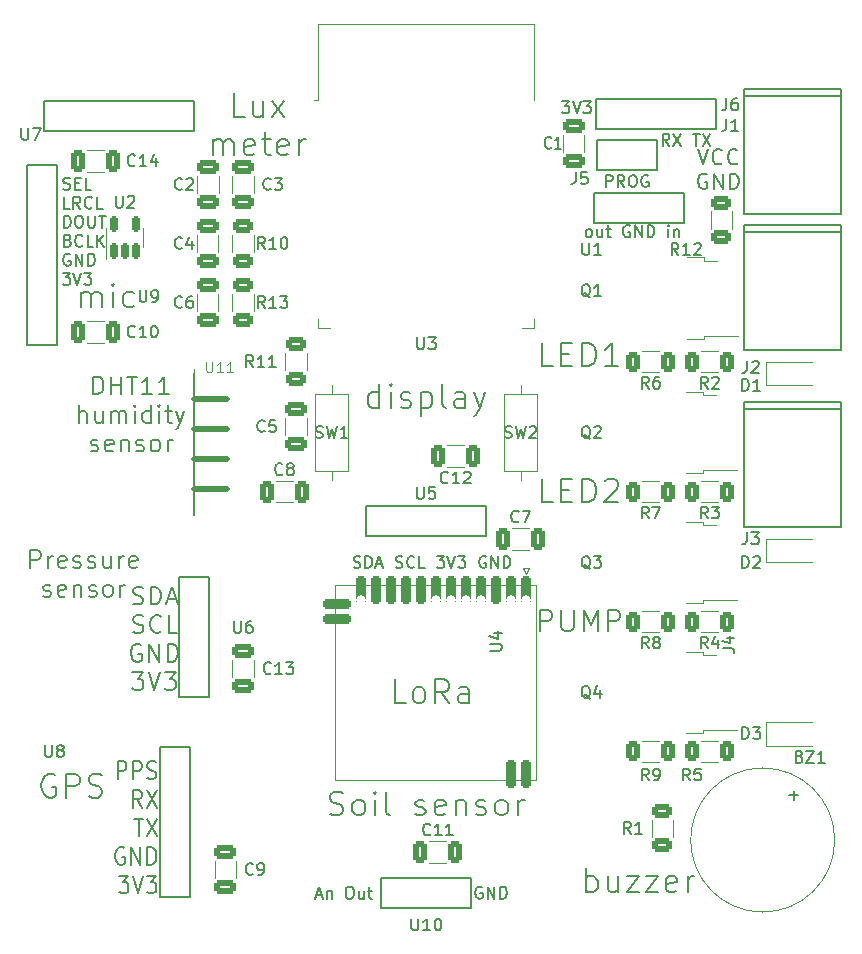
<source format=gto>
%TF.GenerationSoftware,KiCad,Pcbnew,6.0.2+dfsg-1*%
%TF.CreationDate,2022-06-19T17:26:26+02:00*%
%TF.ProjectId,PlantSensor,506c616e-7453-4656-9e73-6f722e6b6963,3*%
%TF.SameCoordinates,PX5f5e100PY623a7c0*%
%TF.FileFunction,Legend,Top*%
%TF.FilePolarity,Positive*%
%FSLAX46Y46*%
G04 Gerber Fmt 4.6, Leading zero omitted, Abs format (unit mm)*
G04 Created by KiCad (PCBNEW 6.0.2+dfsg-1) date 2022-06-19 17:26:26*
%MOMM*%
%LPD*%
G01*
G04 APERTURE LIST*
G04 Aperture macros list*
%AMRoundRect*
0 Rectangle with rounded corners*
0 $1 Rounding radius*
0 $2 $3 $4 $5 $6 $7 $8 $9 X,Y pos of 4 corners*
0 Add a 4 corners polygon primitive as box body*
4,1,4,$2,$3,$4,$5,$6,$7,$8,$9,$2,$3,0*
0 Add four circle primitives for the rounded corners*
1,1,$1+$1,$2,$3*
1,1,$1+$1,$4,$5*
1,1,$1+$1,$6,$7*
1,1,$1+$1,$8,$9*
0 Add four rect primitives between the rounded corners*
20,1,$1+$1,$2,$3,$4,$5,0*
20,1,$1+$1,$4,$5,$6,$7,0*
20,1,$1+$1,$6,$7,$8,$9,0*
20,1,$1+$1,$8,$9,$2,$3,0*%
G04 Aperture macros list end*
%ADD10C,0.150000*%
%ADD11C,0.200000*%
%ADD12C,0.101600*%
%ADD13C,0.120000*%
%ADD14C,0.127000*%
%ADD15C,0.066040*%
%ADD16C,0.508000*%
%ADD17RoundRect,0.250000X0.312500X0.625000X-0.312500X0.625000X-0.312500X-0.625000X0.312500X-0.625000X0*%
%ADD18RoundRect,0.250000X0.325000X0.650000X-0.325000X0.650000X-0.325000X-0.650000X0.325000X-0.650000X0*%
%ADD19R,1.651000X1.651000*%
%ADD20C,1.651000*%
%ADD21R,2.000000X2.000000*%
%ADD22C,2.000000*%
%ADD23RoundRect,0.250000X0.625000X-0.312500X0.625000X0.312500X-0.625000X0.312500X-0.625000X-0.312500X0*%
%ADD24R,0.900000X1.200000*%
%ADD25C,1.600000*%
%ADD26O,1.600000X1.600000*%
%ADD27RoundRect,0.250000X0.650000X-0.325000X0.650000X0.325000X-0.650000X0.325000X-0.650000X-0.325000X0*%
%ADD28R,2.032000X2.032000*%
%ADD29C,2.032000*%
%ADD30RoundRect,0.250000X-0.625000X0.312500X-0.625000X-0.312500X0.625000X-0.312500X0.625000X0.312500X0*%
%ADD31R,2.200000X1.200000*%
%ADD32R,6.400000X5.800000*%
%ADD33C,1.524000*%
%ADD34RoundRect,0.250000X-0.325000X-0.650000X0.325000X-0.650000X0.325000X0.650000X-0.325000X0.650000X0*%
%ADD35C,6.400000*%
%ADD36RoundRect,0.250000X-0.650000X0.325000X-0.650000X-0.325000X0.650000X-0.325000X0.650000X0.325000X0*%
%ADD37R,2.000000X0.900000*%
%ADD38R,0.900000X2.000000*%
%ADD39R,5.000000X5.000000*%
%ADD40RoundRect,0.150000X0.150000X-0.512500X0.150000X0.512500X-0.150000X0.512500X-0.150000X-0.512500X0*%
%ADD41RoundRect,0.225000X-0.225000X0.975000X-0.225000X-0.975000X0.225000X-0.975000X0.225000X0.975000X0*%
%ADD42C,0.800000*%
%ADD43RoundRect,0.225000X-0.975000X-0.225000X0.975000X-0.225000X0.975000X0.225000X-0.975000X0.225000X0*%
%ADD44RoundRect,0.225000X0.225000X-0.975000X0.225000X0.975000X-0.225000X0.975000X-0.225000X-0.975000X0*%
G04 APERTURE END LIST*
D10*
X48571428Y2095239D02*
X48571428Y4095239D01*
X48571428Y3333334D02*
X48761904Y3428572D01*
X49142857Y3428572D01*
X49333333Y3333334D01*
X49428571Y3238096D01*
X49523809Y3047620D01*
X49523809Y2476191D01*
X49428571Y2285715D01*
X49333333Y2190477D01*
X49142857Y2095239D01*
X48761904Y2095239D01*
X48571428Y2190477D01*
X51238095Y3428572D02*
X51238095Y2095239D01*
X50380952Y3428572D02*
X50380952Y2380953D01*
X50476190Y2190477D01*
X50666666Y2095239D01*
X50952380Y2095239D01*
X51142857Y2190477D01*
X51238095Y2285715D01*
X52000000Y3428572D02*
X53047619Y3428572D01*
X52000000Y2095239D01*
X53047619Y2095239D01*
X53619047Y3428572D02*
X54666666Y3428572D01*
X53619047Y2095239D01*
X54666666Y2095239D01*
X56190476Y2190477D02*
X56000000Y2095239D01*
X55619047Y2095239D01*
X55428571Y2190477D01*
X55333333Y2380953D01*
X55333333Y3142858D01*
X55428571Y3333334D01*
X55619047Y3428572D01*
X56000000Y3428572D01*
X56190476Y3333334D01*
X56285714Y3142858D01*
X56285714Y2952381D01*
X55333333Y2761905D01*
X57142857Y2095239D02*
X57142857Y3428572D01*
X57142857Y3047620D02*
X57238095Y3238096D01*
X57333333Y3333334D01*
X57523809Y3428572D01*
X57714285Y3428572D01*
X26857142Y8690477D02*
X27142857Y8595239D01*
X27619047Y8595239D01*
X27809523Y8690477D01*
X27904761Y8785715D01*
X28000000Y8976191D01*
X28000000Y9166667D01*
X27904761Y9357143D01*
X27809523Y9452381D01*
X27619047Y9547620D01*
X27238095Y9642858D01*
X27047619Y9738096D01*
X26952380Y9833334D01*
X26857142Y10023810D01*
X26857142Y10214286D01*
X26952380Y10404762D01*
X27047619Y10500000D01*
X27238095Y10595239D01*
X27714285Y10595239D01*
X28000000Y10500000D01*
X29142857Y8595239D02*
X28952380Y8690477D01*
X28857142Y8785715D01*
X28761904Y8976191D01*
X28761904Y9547620D01*
X28857142Y9738096D01*
X28952380Y9833334D01*
X29142857Y9928572D01*
X29428571Y9928572D01*
X29619047Y9833334D01*
X29714285Y9738096D01*
X29809523Y9547620D01*
X29809523Y8976191D01*
X29714285Y8785715D01*
X29619047Y8690477D01*
X29428571Y8595239D01*
X29142857Y8595239D01*
X30666666Y8595239D02*
X30666666Y9928572D01*
X30666666Y10595239D02*
X30571428Y10500000D01*
X30666666Y10404762D01*
X30761904Y10500000D01*
X30666666Y10595239D01*
X30666666Y10404762D01*
X31904761Y8595239D02*
X31714285Y8690477D01*
X31619047Y8880953D01*
X31619047Y10595239D01*
X34095238Y8690477D02*
X34285714Y8595239D01*
X34666666Y8595239D01*
X34857142Y8690477D01*
X34952380Y8880953D01*
X34952380Y8976191D01*
X34857142Y9166667D01*
X34666666Y9261905D01*
X34380952Y9261905D01*
X34190476Y9357143D01*
X34095238Y9547620D01*
X34095238Y9642858D01*
X34190476Y9833334D01*
X34380952Y9928572D01*
X34666666Y9928572D01*
X34857142Y9833334D01*
X36571428Y8690477D02*
X36380952Y8595239D01*
X36000000Y8595239D01*
X35809523Y8690477D01*
X35714285Y8880953D01*
X35714285Y9642858D01*
X35809523Y9833334D01*
X36000000Y9928572D01*
X36380952Y9928572D01*
X36571428Y9833334D01*
X36666666Y9642858D01*
X36666666Y9452381D01*
X35714285Y9261905D01*
X37523809Y9928572D02*
X37523809Y8595239D01*
X37523809Y9738096D02*
X37619047Y9833334D01*
X37809523Y9928572D01*
X38095238Y9928572D01*
X38285714Y9833334D01*
X38380952Y9642858D01*
X38380952Y8595239D01*
X39238095Y8690477D02*
X39428571Y8595239D01*
X39809523Y8595239D01*
X40000000Y8690477D01*
X40095238Y8880953D01*
X40095238Y8976191D01*
X40000000Y9166667D01*
X39809523Y9261905D01*
X39523809Y9261905D01*
X39333333Y9357143D01*
X39238095Y9547620D01*
X39238095Y9642858D01*
X39333333Y9833334D01*
X39523809Y9928572D01*
X39809523Y9928572D01*
X40000000Y9833334D01*
X41238095Y8595239D02*
X41047619Y8690477D01*
X40952380Y8785715D01*
X40857142Y8976191D01*
X40857142Y9547620D01*
X40952380Y9738096D01*
X41047619Y9833334D01*
X41238095Y9928572D01*
X41523809Y9928572D01*
X41714285Y9833334D01*
X41809523Y9738096D01*
X41904761Y9547620D01*
X41904761Y8976191D01*
X41809523Y8785715D01*
X41714285Y8690477D01*
X41523809Y8595239D01*
X41238095Y8595239D01*
X42761904Y8595239D02*
X42761904Y9928572D01*
X42761904Y9547620D02*
X42857142Y9738096D01*
X42952380Y9833334D01*
X43142857Y9928572D01*
X43333333Y9928572D01*
X3571428Y12000000D02*
X3380952Y12095239D01*
X3095238Y12095239D01*
X2809523Y12000000D01*
X2619047Y11809524D01*
X2523809Y11619048D01*
X2428571Y11238096D01*
X2428571Y10952381D01*
X2523809Y10571429D01*
X2619047Y10380953D01*
X2809523Y10190477D01*
X3095238Y10095239D01*
X3285714Y10095239D01*
X3571428Y10190477D01*
X3666666Y10285715D01*
X3666666Y10952381D01*
X3285714Y10952381D01*
X4523809Y10095239D02*
X4523809Y12095239D01*
X5285714Y12095239D01*
X5476190Y12000000D01*
X5571428Y11904762D01*
X5666666Y11714286D01*
X5666666Y11428572D01*
X5571428Y11238096D01*
X5476190Y11142858D01*
X5285714Y11047620D01*
X4523809Y11047620D01*
X6428571Y10190477D02*
X6714285Y10095239D01*
X7190476Y10095239D01*
X7380952Y10190477D01*
X7476190Y10285715D01*
X7571428Y10476191D01*
X7571428Y10666667D01*
X7476190Y10857143D01*
X7380952Y10952381D01*
X7190476Y11047620D01*
X6809523Y11142858D01*
X6619047Y11238096D01*
X6523809Y11333334D01*
X6428571Y11523810D01*
X6428571Y11714286D01*
X6523809Y11904762D01*
X6619047Y12000000D01*
X6809523Y12095239D01*
X7285714Y12095239D01*
X7571428Y12000000D01*
X31047619Y43095239D02*
X31047619Y45095239D01*
X31047619Y43190477D02*
X30857142Y43095239D01*
X30476190Y43095239D01*
X30285714Y43190477D01*
X30190476Y43285715D01*
X30095238Y43476191D01*
X30095238Y44047620D01*
X30190476Y44238096D01*
X30285714Y44333334D01*
X30476190Y44428572D01*
X30857142Y44428572D01*
X31047619Y44333334D01*
X32000000Y43095239D02*
X32000000Y44428572D01*
X32000000Y45095239D02*
X31904761Y45000000D01*
X32000000Y44904762D01*
X32095238Y45000000D01*
X32000000Y45095239D01*
X32000000Y44904762D01*
X32857142Y43190477D02*
X33047619Y43095239D01*
X33428571Y43095239D01*
X33619047Y43190477D01*
X33714285Y43380953D01*
X33714285Y43476191D01*
X33619047Y43666667D01*
X33428571Y43761905D01*
X33142857Y43761905D01*
X32952380Y43857143D01*
X32857142Y44047620D01*
X32857142Y44142858D01*
X32952380Y44333334D01*
X33142857Y44428572D01*
X33428571Y44428572D01*
X33619047Y44333334D01*
X34571428Y44428572D02*
X34571428Y42428572D01*
X34571428Y44333334D02*
X34761904Y44428572D01*
X35142857Y44428572D01*
X35333333Y44333334D01*
X35428571Y44238096D01*
X35523809Y44047620D01*
X35523809Y43476191D01*
X35428571Y43285715D01*
X35333333Y43190477D01*
X35142857Y43095239D01*
X34761904Y43095239D01*
X34571428Y43190477D01*
X36666666Y43095239D02*
X36476190Y43190477D01*
X36380952Y43380953D01*
X36380952Y45095239D01*
X38285714Y43095239D02*
X38285714Y44142858D01*
X38190476Y44333334D01*
X38000000Y44428572D01*
X37619047Y44428572D01*
X37428571Y44333334D01*
X38285714Y43190477D02*
X38095238Y43095239D01*
X37619047Y43095239D01*
X37428571Y43190477D01*
X37333333Y43380953D01*
X37333333Y43571429D01*
X37428571Y43761905D01*
X37619047Y43857143D01*
X38095238Y43857143D01*
X38285714Y43952381D01*
X39047619Y44428572D02*
X39523809Y43095239D01*
X40000000Y44428572D02*
X39523809Y43095239D01*
X39333333Y42619048D01*
X39238095Y42523810D01*
X39047619Y42428572D01*
X8873928Y11651429D02*
X8873928Y13151429D01*
X9369166Y13151429D01*
X9492976Y13080000D01*
X9554880Y13008572D01*
X9616785Y12865715D01*
X9616785Y12651429D01*
X9554880Y12508572D01*
X9492976Y12437143D01*
X9369166Y12365715D01*
X8873928Y12365715D01*
X10173928Y11651429D02*
X10173928Y13151429D01*
X10669166Y13151429D01*
X10792976Y13080000D01*
X10854880Y13008572D01*
X10916785Y12865715D01*
X10916785Y12651429D01*
X10854880Y12508572D01*
X10792976Y12437143D01*
X10669166Y12365715D01*
X10173928Y12365715D01*
X11412023Y11722858D02*
X11597738Y11651429D01*
X11907261Y11651429D01*
X12031071Y11722858D01*
X12092976Y11794286D01*
X12154880Y11937143D01*
X12154880Y12080000D01*
X12092976Y12222858D01*
X12031071Y12294286D01*
X11907261Y12365715D01*
X11659642Y12437143D01*
X11535833Y12508572D01*
X11473928Y12580000D01*
X11412023Y12722858D01*
X11412023Y12865715D01*
X11473928Y13008572D01*
X11535833Y13080000D01*
X11659642Y13151429D01*
X11969166Y13151429D01*
X12154880Y13080000D01*
X10916785Y9236429D02*
X10483452Y9950715D01*
X10173928Y9236429D02*
X10173928Y10736429D01*
X10669166Y10736429D01*
X10792976Y10665000D01*
X10854880Y10593572D01*
X10916785Y10450715D01*
X10916785Y10236429D01*
X10854880Y10093572D01*
X10792976Y10022143D01*
X10669166Y9950715D01*
X10173928Y9950715D01*
X11350119Y10736429D02*
X12216785Y9236429D01*
X12216785Y10736429D02*
X11350119Y9236429D01*
X10297738Y8321429D02*
X11040595Y8321429D01*
X10669166Y6821429D02*
X10669166Y8321429D01*
X11350119Y8321429D02*
X12216785Y6821429D01*
X12216785Y8321429D02*
X11350119Y6821429D01*
X9431071Y5835000D02*
X9307261Y5906429D01*
X9121547Y5906429D01*
X8935833Y5835000D01*
X8812023Y5692143D01*
X8750119Y5549286D01*
X8688214Y5263572D01*
X8688214Y5049286D01*
X8750119Y4763572D01*
X8812023Y4620715D01*
X8935833Y4477858D01*
X9121547Y4406429D01*
X9245357Y4406429D01*
X9431071Y4477858D01*
X9492976Y4549286D01*
X9492976Y5049286D01*
X9245357Y5049286D01*
X10050119Y4406429D02*
X10050119Y5906429D01*
X10792976Y4406429D01*
X10792976Y5906429D01*
X11412023Y4406429D02*
X11412023Y5906429D01*
X11721547Y5906429D01*
X11907261Y5835000D01*
X12031071Y5692143D01*
X12092976Y5549286D01*
X12154880Y5263572D01*
X12154880Y5049286D01*
X12092976Y4763572D01*
X12031071Y4620715D01*
X11907261Y4477858D01*
X11721547Y4406429D01*
X11412023Y4406429D01*
X8997738Y3491429D02*
X9802500Y3491429D01*
X9369166Y2920000D01*
X9554880Y2920000D01*
X9678690Y2848572D01*
X9740595Y2777143D01*
X9802500Y2634286D01*
X9802500Y2277143D01*
X9740595Y2134286D01*
X9678690Y2062858D01*
X9554880Y1991429D01*
X9183452Y1991429D01*
X9059642Y2062858D01*
X8997738Y2134286D01*
X10173928Y3491429D02*
X10607261Y1991429D01*
X11040595Y3491429D01*
X11350119Y3491429D02*
X12154880Y3491429D01*
X11721547Y2920000D01*
X11907261Y2920000D01*
X12031071Y2848572D01*
X12092976Y2777143D01*
X12154880Y2634286D01*
X12154880Y2277143D01*
X12092976Y2134286D01*
X12031071Y2062858D01*
X11907261Y1991429D01*
X11535833Y1991429D01*
X11412023Y2062858D01*
X11350119Y2134286D01*
X25666666Y1833334D02*
X26142857Y1833334D01*
X25571428Y1547620D02*
X25904761Y2547620D01*
X26238095Y1547620D01*
X26571428Y2214286D02*
X26571428Y1547620D01*
X26571428Y2119048D02*
X26619047Y2166667D01*
X26714285Y2214286D01*
X26857142Y2214286D01*
X26952380Y2166667D01*
X27000000Y2071429D01*
X27000000Y1547620D01*
X28428571Y2547620D02*
X28619047Y2547620D01*
X28714285Y2500000D01*
X28809523Y2404762D01*
X28857142Y2214286D01*
X28857142Y1880953D01*
X28809523Y1690477D01*
X28714285Y1595239D01*
X28619047Y1547620D01*
X28428571Y1547620D01*
X28333333Y1595239D01*
X28238095Y1690477D01*
X28190476Y1880953D01*
X28190476Y2214286D01*
X28238095Y2404762D01*
X28333333Y2500000D01*
X28428571Y2547620D01*
X29714285Y2214286D02*
X29714285Y1547620D01*
X29285714Y2214286D02*
X29285714Y1690477D01*
X29333333Y1595239D01*
X29428571Y1547620D01*
X29571428Y1547620D01*
X29666666Y1595239D01*
X29714285Y1642858D01*
X30047619Y2214286D02*
X30428571Y2214286D01*
X30190476Y2547620D02*
X30190476Y1690477D01*
X30238095Y1595239D01*
X30333333Y1547620D01*
X30428571Y1547620D01*
X33309523Y18095239D02*
X32357142Y18095239D01*
X32357142Y20095239D01*
X34261904Y18095239D02*
X34071428Y18190477D01*
X33976190Y18285715D01*
X33880952Y18476191D01*
X33880952Y19047620D01*
X33976190Y19238096D01*
X34071428Y19333334D01*
X34261904Y19428572D01*
X34547619Y19428572D01*
X34738095Y19333334D01*
X34833333Y19238096D01*
X34928571Y19047620D01*
X34928571Y18476191D01*
X34833333Y18285715D01*
X34738095Y18190477D01*
X34547619Y18095239D01*
X34261904Y18095239D01*
X36928571Y18095239D02*
X36261904Y19047620D01*
X35785714Y18095239D02*
X35785714Y20095239D01*
X36547619Y20095239D01*
X36738095Y20000000D01*
X36833333Y19904762D01*
X36928571Y19714286D01*
X36928571Y19428572D01*
X36833333Y19238096D01*
X36738095Y19142858D01*
X36547619Y19047620D01*
X35785714Y19047620D01*
X38642857Y18095239D02*
X38642857Y19142858D01*
X38547619Y19333334D01*
X38357142Y19428572D01*
X37976190Y19428572D01*
X37785714Y19333334D01*
X38642857Y18190477D02*
X38452380Y18095239D01*
X37976190Y18095239D01*
X37785714Y18190477D01*
X37690476Y18380953D01*
X37690476Y18571429D01*
X37785714Y18761905D01*
X37976190Y18857143D01*
X38452380Y18857143D01*
X38642857Y18952381D01*
X50214285Y61797620D02*
X50214285Y62797620D01*
X50595238Y62797620D01*
X50690476Y62750000D01*
X50738095Y62702381D01*
X50785714Y62607143D01*
X50785714Y62464286D01*
X50738095Y62369048D01*
X50690476Y62321429D01*
X50595238Y62273810D01*
X50214285Y62273810D01*
X51785714Y61797620D02*
X51452380Y62273810D01*
X51214285Y61797620D02*
X51214285Y62797620D01*
X51595238Y62797620D01*
X51690476Y62750000D01*
X51738095Y62702381D01*
X51785714Y62607143D01*
X51785714Y62464286D01*
X51738095Y62369048D01*
X51690476Y62321429D01*
X51595238Y62273810D01*
X51214285Y62273810D01*
X52404761Y62797620D02*
X52595238Y62797620D01*
X52690476Y62750000D01*
X52785714Y62654762D01*
X52833333Y62464286D01*
X52833333Y62130953D01*
X52785714Y61940477D01*
X52690476Y61845239D01*
X52595238Y61797620D01*
X52404761Y61797620D01*
X52309523Y61845239D01*
X52214285Y61940477D01*
X52166666Y62130953D01*
X52166666Y62464286D01*
X52214285Y62654762D01*
X52309523Y62750000D01*
X52404761Y62797620D01*
X53785714Y62750000D02*
X53690476Y62797620D01*
X53547619Y62797620D01*
X53404761Y62750000D01*
X53309523Y62654762D01*
X53261904Y62559524D01*
X53214285Y62369048D01*
X53214285Y62226191D01*
X53261904Y62035715D01*
X53309523Y61940477D01*
X53404761Y61845239D01*
X53547619Y61797620D01*
X53642857Y61797620D01*
X53785714Y61845239D01*
X53833333Y61892858D01*
X53833333Y62226191D01*
X53642857Y62226191D01*
X39738095Y2500000D02*
X39642857Y2547620D01*
X39500000Y2547620D01*
X39357142Y2500000D01*
X39261904Y2404762D01*
X39214285Y2309524D01*
X39166666Y2119048D01*
X39166666Y1976191D01*
X39214285Y1785715D01*
X39261904Y1690477D01*
X39357142Y1595239D01*
X39500000Y1547620D01*
X39595238Y1547620D01*
X39738095Y1595239D01*
X39785714Y1642858D01*
X39785714Y1976191D01*
X39595238Y1976191D01*
X40214285Y1547620D02*
X40214285Y2547620D01*
X40785714Y1547620D01*
X40785714Y2547620D01*
X41261904Y1547620D02*
X41261904Y2547620D01*
X41500000Y2547620D01*
X41642857Y2500000D01*
X41738095Y2404762D01*
X41785714Y2309524D01*
X41833333Y2119048D01*
X41833333Y1976191D01*
X41785714Y1785715D01*
X41738095Y1690477D01*
X41642857Y1595239D01*
X41500000Y1547620D01*
X41261904Y1547620D01*
X28857142Y29595239D02*
X29000000Y29547620D01*
X29238095Y29547620D01*
X29333333Y29595239D01*
X29380952Y29642858D01*
X29428571Y29738096D01*
X29428571Y29833334D01*
X29380952Y29928572D01*
X29333333Y29976191D01*
X29238095Y30023810D01*
X29047619Y30071429D01*
X28952380Y30119048D01*
X28904761Y30166667D01*
X28857142Y30261905D01*
X28857142Y30357143D01*
X28904761Y30452381D01*
X28952380Y30500000D01*
X29047619Y30547620D01*
X29285714Y30547620D01*
X29428571Y30500000D01*
X29857142Y29547620D02*
X29857142Y30547620D01*
X30095238Y30547620D01*
X30238095Y30500000D01*
X30333333Y30404762D01*
X30380952Y30309524D01*
X30428571Y30119048D01*
X30428571Y29976191D01*
X30380952Y29785715D01*
X30333333Y29690477D01*
X30238095Y29595239D01*
X30095238Y29547620D01*
X29857142Y29547620D01*
X30809523Y29833334D02*
X31285714Y29833334D01*
X30714285Y29547620D02*
X31047619Y30547620D01*
X31380952Y29547620D01*
X32428571Y29595239D02*
X32571428Y29547620D01*
X32809523Y29547620D01*
X32904761Y29595239D01*
X32952380Y29642858D01*
X33000000Y29738096D01*
X33000000Y29833334D01*
X32952380Y29928572D01*
X32904761Y29976191D01*
X32809523Y30023810D01*
X32619047Y30071429D01*
X32523809Y30119048D01*
X32476190Y30166667D01*
X32428571Y30261905D01*
X32428571Y30357143D01*
X32476190Y30452381D01*
X32523809Y30500000D01*
X32619047Y30547620D01*
X32857142Y30547620D01*
X33000000Y30500000D01*
X34000000Y29642858D02*
X33952380Y29595239D01*
X33809523Y29547620D01*
X33714285Y29547620D01*
X33571428Y29595239D01*
X33476190Y29690477D01*
X33428571Y29785715D01*
X33380952Y29976191D01*
X33380952Y30119048D01*
X33428571Y30309524D01*
X33476190Y30404762D01*
X33571428Y30500000D01*
X33714285Y30547620D01*
X33809523Y30547620D01*
X33952380Y30500000D01*
X34000000Y30452381D01*
X34904761Y29547620D02*
X34428571Y29547620D01*
X34428571Y30547620D01*
X35904761Y30547620D02*
X36523809Y30547620D01*
X36190476Y30166667D01*
X36333333Y30166667D01*
X36428571Y30119048D01*
X36476190Y30071429D01*
X36523809Y29976191D01*
X36523809Y29738096D01*
X36476190Y29642858D01*
X36428571Y29595239D01*
X36333333Y29547620D01*
X36047619Y29547620D01*
X35952380Y29595239D01*
X35904761Y29642858D01*
X36809523Y30547620D02*
X37142857Y29547620D01*
X37476190Y30547620D01*
X37714285Y30547620D02*
X38333333Y30547620D01*
X38000000Y30166667D01*
X38142857Y30166667D01*
X38238095Y30119048D01*
X38285714Y30071429D01*
X38333333Y29976191D01*
X38333333Y29738096D01*
X38285714Y29642858D01*
X38238095Y29595239D01*
X38142857Y29547620D01*
X37857142Y29547620D01*
X37761904Y29595239D01*
X37714285Y29642858D01*
X40047619Y30500000D02*
X39952380Y30547620D01*
X39809523Y30547620D01*
X39666666Y30500000D01*
X39571428Y30404762D01*
X39523809Y30309524D01*
X39476190Y30119048D01*
X39476190Y29976191D01*
X39523809Y29785715D01*
X39571428Y29690477D01*
X39666666Y29595239D01*
X39809523Y29547620D01*
X39904761Y29547620D01*
X40047619Y29595239D01*
X40095238Y29642858D01*
X40095238Y29976191D01*
X39904761Y29976191D01*
X40523809Y29547620D02*
X40523809Y30547620D01*
X41095238Y29547620D01*
X41095238Y30547620D01*
X41571428Y29547620D02*
X41571428Y30547620D01*
X41809523Y30547620D01*
X41952380Y30500000D01*
X42047619Y30404762D01*
X42095238Y30309524D01*
X42142857Y30119048D01*
X42142857Y29976191D01*
X42095238Y29785715D01*
X42047619Y29690477D01*
X41952380Y29595239D01*
X41809523Y29547620D01*
X41571428Y29547620D01*
X6821428Y44236429D02*
X6821428Y45736429D01*
X7178571Y45736429D01*
X7392857Y45665000D01*
X7535714Y45522143D01*
X7607142Y45379286D01*
X7678571Y45093572D01*
X7678571Y44879286D01*
X7607142Y44593572D01*
X7535714Y44450715D01*
X7392857Y44307858D01*
X7178571Y44236429D01*
X6821428Y44236429D01*
X8321428Y44236429D02*
X8321428Y45736429D01*
X8321428Y45022143D02*
X9178571Y45022143D01*
X9178571Y44236429D02*
X9178571Y45736429D01*
X9678571Y45736429D02*
X10535714Y45736429D01*
X10107142Y44236429D02*
X10107142Y45736429D01*
X11821428Y44236429D02*
X10964285Y44236429D01*
X11392857Y44236429D02*
X11392857Y45736429D01*
X11250000Y45522143D01*
X11107142Y45379286D01*
X10964285Y45307858D01*
X13250000Y44236429D02*
X12392857Y44236429D01*
X12821428Y44236429D02*
X12821428Y45736429D01*
X12678571Y45522143D01*
X12535714Y45379286D01*
X12392857Y45307858D01*
X5607142Y41821429D02*
X5607142Y43321429D01*
X6250000Y41821429D02*
X6250000Y42607143D01*
X6178571Y42750000D01*
X6035714Y42821429D01*
X5821428Y42821429D01*
X5678571Y42750000D01*
X5607142Y42678572D01*
X7607142Y42821429D02*
X7607142Y41821429D01*
X6964285Y42821429D02*
X6964285Y42035715D01*
X7035714Y41892858D01*
X7178571Y41821429D01*
X7392857Y41821429D01*
X7535714Y41892858D01*
X7607142Y41964286D01*
X8321428Y41821429D02*
X8321428Y42821429D01*
X8321428Y42678572D02*
X8392857Y42750000D01*
X8535714Y42821429D01*
X8750000Y42821429D01*
X8892857Y42750000D01*
X8964285Y42607143D01*
X8964285Y41821429D01*
X8964285Y42607143D02*
X9035714Y42750000D01*
X9178571Y42821429D01*
X9392857Y42821429D01*
X9535714Y42750000D01*
X9607142Y42607143D01*
X9607142Y41821429D01*
X10321428Y41821429D02*
X10321428Y42821429D01*
X10321428Y43321429D02*
X10250000Y43250000D01*
X10321428Y43178572D01*
X10392857Y43250000D01*
X10321428Y43321429D01*
X10321428Y43178572D01*
X11678571Y41821429D02*
X11678571Y43321429D01*
X11678571Y41892858D02*
X11535714Y41821429D01*
X11250000Y41821429D01*
X11107142Y41892858D01*
X11035714Y41964286D01*
X10964285Y42107143D01*
X10964285Y42535715D01*
X11035714Y42678572D01*
X11107142Y42750000D01*
X11250000Y42821429D01*
X11535714Y42821429D01*
X11678571Y42750000D01*
X12392857Y41821429D02*
X12392857Y42821429D01*
X12392857Y43321429D02*
X12321428Y43250000D01*
X12392857Y43178572D01*
X12464285Y43250000D01*
X12392857Y43321429D01*
X12392857Y43178572D01*
X12892857Y42821429D02*
X13464285Y42821429D01*
X13107142Y43321429D02*
X13107142Y42035715D01*
X13178571Y41892858D01*
X13321428Y41821429D01*
X13464285Y41821429D01*
X13821428Y42821429D02*
X14178571Y41821429D01*
X14535714Y42821429D02*
X14178571Y41821429D01*
X14035714Y41464286D01*
X13964285Y41392858D01*
X13821428Y41321429D01*
X6607142Y39477858D02*
X6750000Y39406429D01*
X7035714Y39406429D01*
X7178571Y39477858D01*
X7250000Y39620715D01*
X7250000Y39692143D01*
X7178571Y39835000D01*
X7035714Y39906429D01*
X6821428Y39906429D01*
X6678571Y39977858D01*
X6607142Y40120715D01*
X6607142Y40192143D01*
X6678571Y40335000D01*
X6821428Y40406429D01*
X7035714Y40406429D01*
X7178571Y40335000D01*
X8464285Y39477858D02*
X8321428Y39406429D01*
X8035714Y39406429D01*
X7892857Y39477858D01*
X7821428Y39620715D01*
X7821428Y40192143D01*
X7892857Y40335000D01*
X8035714Y40406429D01*
X8321428Y40406429D01*
X8464285Y40335000D01*
X8535714Y40192143D01*
X8535714Y40049286D01*
X7821428Y39906429D01*
X9178571Y40406429D02*
X9178571Y39406429D01*
X9178571Y40263572D02*
X9250000Y40335000D01*
X9392857Y40406429D01*
X9607142Y40406429D01*
X9750000Y40335000D01*
X9821428Y40192143D01*
X9821428Y39406429D01*
X10464285Y39477858D02*
X10607142Y39406429D01*
X10892857Y39406429D01*
X11035714Y39477858D01*
X11107142Y39620715D01*
X11107142Y39692143D01*
X11035714Y39835000D01*
X10892857Y39906429D01*
X10678571Y39906429D01*
X10535714Y39977858D01*
X10464285Y40120715D01*
X10464285Y40192143D01*
X10535714Y40335000D01*
X10678571Y40406429D01*
X10892857Y40406429D01*
X11035714Y40335000D01*
X11964285Y39406429D02*
X11821428Y39477858D01*
X11750000Y39549286D01*
X11678571Y39692143D01*
X11678571Y40120715D01*
X11750000Y40263572D01*
X11821428Y40335000D01*
X11964285Y40406429D01*
X12178571Y40406429D01*
X12321428Y40335000D01*
X12392857Y40263572D01*
X12464285Y40120715D01*
X12464285Y39692143D01*
X12392857Y39549286D01*
X12321428Y39477858D01*
X12178571Y39406429D01*
X11964285Y39406429D01*
X13107142Y39406429D02*
X13107142Y40406429D01*
X13107142Y40120715D02*
X13178571Y40263572D01*
X13250000Y40335000D01*
X13392857Y40406429D01*
X13535714Y40406429D01*
X44657142Y24185715D02*
X44657142Y25985715D01*
X45342857Y25985715D01*
X45514285Y25900000D01*
X45600000Y25814286D01*
X45685714Y25642858D01*
X45685714Y25385715D01*
X45600000Y25214286D01*
X45514285Y25128572D01*
X45342857Y25042858D01*
X44657142Y25042858D01*
X46457142Y25985715D02*
X46457142Y24528572D01*
X46542857Y24357143D01*
X46628571Y24271429D01*
X46800000Y24185715D01*
X47142857Y24185715D01*
X47314285Y24271429D01*
X47400000Y24357143D01*
X47485714Y24528572D01*
X47485714Y25985715D01*
X48342857Y24185715D02*
X48342857Y25985715D01*
X48942857Y24700000D01*
X49542857Y25985715D01*
X49542857Y24185715D01*
X50400000Y24185715D02*
X50400000Y25985715D01*
X51085714Y25985715D01*
X51257142Y25900000D01*
X51342857Y25814286D01*
X51428571Y25642858D01*
X51428571Y25385715D01*
X51342857Y25214286D01*
X51257142Y25128572D01*
X51085714Y25042858D01*
X50400000Y25042858D01*
X46511904Y69047620D02*
X47130952Y69047620D01*
X46797619Y68666667D01*
X46940476Y68666667D01*
X47035714Y68619048D01*
X47083333Y68571429D01*
X47130952Y68476191D01*
X47130952Y68238096D01*
X47083333Y68142858D01*
X47035714Y68095239D01*
X46940476Y68047620D01*
X46654761Y68047620D01*
X46559523Y68095239D01*
X46511904Y68142858D01*
X47416666Y69047620D02*
X47750000Y68047620D01*
X48083333Y69047620D01*
X48321428Y69047620D02*
X48940476Y69047620D01*
X48607142Y68666667D01*
X48750000Y68666667D01*
X48845238Y68619048D01*
X48892857Y68571429D01*
X48940476Y68476191D01*
X48940476Y68238096D01*
X48892857Y68142858D01*
X48845238Y68095239D01*
X48750000Y68047620D01*
X48464285Y68047620D01*
X48369047Y68095239D01*
X48321428Y68142858D01*
X5809523Y51595239D02*
X5809523Y52928572D01*
X5809523Y52738096D02*
X5904761Y52833334D01*
X6095238Y52928572D01*
X6380952Y52928572D01*
X6571428Y52833334D01*
X6666666Y52642858D01*
X6666666Y51595239D01*
X6666666Y52642858D02*
X6761904Y52833334D01*
X6952380Y52928572D01*
X7238095Y52928572D01*
X7428571Y52833334D01*
X7523809Y52642858D01*
X7523809Y51595239D01*
X8476190Y51595239D02*
X8476190Y52928572D01*
X8476190Y53595239D02*
X8380952Y53500000D01*
X8476190Y53404762D01*
X8571428Y53500000D01*
X8476190Y53595239D01*
X8476190Y53404762D01*
X10285714Y51690477D02*
X10095238Y51595239D01*
X9714285Y51595239D01*
X9523809Y51690477D01*
X9428571Y51785715D01*
X9333333Y51976191D01*
X9333333Y52547620D01*
X9428571Y52738096D01*
X9523809Y52833334D01*
X9714285Y52928572D01*
X10095238Y52928572D01*
X10285714Y52833334D01*
X4287976Y61620239D02*
X4430833Y61572620D01*
X4668928Y61572620D01*
X4764166Y61620239D01*
X4811785Y61667858D01*
X4859404Y61763096D01*
X4859404Y61858334D01*
X4811785Y61953572D01*
X4764166Y62001191D01*
X4668928Y62048810D01*
X4478452Y62096429D01*
X4383214Y62144048D01*
X4335595Y62191667D01*
X4287976Y62286905D01*
X4287976Y62382143D01*
X4335595Y62477381D01*
X4383214Y62525000D01*
X4478452Y62572620D01*
X4716547Y62572620D01*
X4859404Y62525000D01*
X5287976Y62096429D02*
X5621309Y62096429D01*
X5764166Y61572620D02*
X5287976Y61572620D01*
X5287976Y62572620D01*
X5764166Y62572620D01*
X6668928Y61572620D02*
X6192738Y61572620D01*
X6192738Y62572620D01*
X4811785Y59962620D02*
X4335595Y59962620D01*
X4335595Y60962620D01*
X5716547Y59962620D02*
X5383214Y60438810D01*
X5145119Y59962620D02*
X5145119Y60962620D01*
X5526071Y60962620D01*
X5621309Y60915000D01*
X5668928Y60867381D01*
X5716547Y60772143D01*
X5716547Y60629286D01*
X5668928Y60534048D01*
X5621309Y60486429D01*
X5526071Y60438810D01*
X5145119Y60438810D01*
X6716547Y60057858D02*
X6668928Y60010239D01*
X6526071Y59962620D01*
X6430833Y59962620D01*
X6287976Y60010239D01*
X6192738Y60105477D01*
X6145119Y60200715D01*
X6097500Y60391191D01*
X6097500Y60534048D01*
X6145119Y60724524D01*
X6192738Y60819762D01*
X6287976Y60915000D01*
X6430833Y60962620D01*
X6526071Y60962620D01*
X6668928Y60915000D01*
X6716547Y60867381D01*
X7621309Y59962620D02*
X7145119Y59962620D01*
X7145119Y60962620D01*
X4335595Y58352620D02*
X4335595Y59352620D01*
X4573690Y59352620D01*
X4716547Y59305000D01*
X4811785Y59209762D01*
X4859404Y59114524D01*
X4907023Y58924048D01*
X4907023Y58781191D01*
X4859404Y58590715D01*
X4811785Y58495477D01*
X4716547Y58400239D01*
X4573690Y58352620D01*
X4335595Y58352620D01*
X5526071Y59352620D02*
X5716547Y59352620D01*
X5811785Y59305000D01*
X5907023Y59209762D01*
X5954642Y59019286D01*
X5954642Y58685953D01*
X5907023Y58495477D01*
X5811785Y58400239D01*
X5716547Y58352620D01*
X5526071Y58352620D01*
X5430833Y58400239D01*
X5335595Y58495477D01*
X5287976Y58685953D01*
X5287976Y59019286D01*
X5335595Y59209762D01*
X5430833Y59305000D01*
X5526071Y59352620D01*
X6383214Y59352620D02*
X6383214Y58543096D01*
X6430833Y58447858D01*
X6478452Y58400239D01*
X6573690Y58352620D01*
X6764166Y58352620D01*
X6859404Y58400239D01*
X6907023Y58447858D01*
X6954642Y58543096D01*
X6954642Y59352620D01*
X7287976Y59352620D02*
X7859404Y59352620D01*
X7573690Y58352620D02*
X7573690Y59352620D01*
X4668928Y57266429D02*
X4811785Y57218810D01*
X4859404Y57171191D01*
X4907023Y57075953D01*
X4907023Y56933096D01*
X4859404Y56837858D01*
X4811785Y56790239D01*
X4716547Y56742620D01*
X4335595Y56742620D01*
X4335595Y57742620D01*
X4668928Y57742620D01*
X4764166Y57695000D01*
X4811785Y57647381D01*
X4859404Y57552143D01*
X4859404Y57456905D01*
X4811785Y57361667D01*
X4764166Y57314048D01*
X4668928Y57266429D01*
X4335595Y57266429D01*
X5907023Y56837858D02*
X5859404Y56790239D01*
X5716547Y56742620D01*
X5621309Y56742620D01*
X5478452Y56790239D01*
X5383214Y56885477D01*
X5335595Y56980715D01*
X5287976Y57171191D01*
X5287976Y57314048D01*
X5335595Y57504524D01*
X5383214Y57599762D01*
X5478452Y57695000D01*
X5621309Y57742620D01*
X5716547Y57742620D01*
X5859404Y57695000D01*
X5907023Y57647381D01*
X6811785Y56742620D02*
X6335595Y56742620D01*
X6335595Y57742620D01*
X7145119Y56742620D02*
X7145119Y57742620D01*
X7716547Y56742620D02*
X7287976Y57314048D01*
X7716547Y57742620D02*
X7145119Y57171191D01*
X4859404Y56085000D02*
X4764166Y56132620D01*
X4621309Y56132620D01*
X4478452Y56085000D01*
X4383214Y55989762D01*
X4335595Y55894524D01*
X4287976Y55704048D01*
X4287976Y55561191D01*
X4335595Y55370715D01*
X4383214Y55275477D01*
X4478452Y55180239D01*
X4621309Y55132620D01*
X4716547Y55132620D01*
X4859404Y55180239D01*
X4907023Y55227858D01*
X4907023Y55561191D01*
X4716547Y55561191D01*
X5335595Y55132620D02*
X5335595Y56132620D01*
X5907023Y55132620D01*
X5907023Y56132620D01*
X6383214Y55132620D02*
X6383214Y56132620D01*
X6621309Y56132620D01*
X6764166Y56085000D01*
X6859404Y55989762D01*
X6907023Y55894524D01*
X6954642Y55704048D01*
X6954642Y55561191D01*
X6907023Y55370715D01*
X6859404Y55275477D01*
X6764166Y55180239D01*
X6621309Y55132620D01*
X6383214Y55132620D01*
X4240357Y54522620D02*
X4859404Y54522620D01*
X4526071Y54141667D01*
X4668928Y54141667D01*
X4764166Y54094048D01*
X4811785Y54046429D01*
X4859404Y53951191D01*
X4859404Y53713096D01*
X4811785Y53617858D01*
X4764166Y53570239D01*
X4668928Y53522620D01*
X4383214Y53522620D01*
X4287976Y53570239D01*
X4240357Y53617858D01*
X5145119Y54522620D02*
X5478452Y53522620D01*
X5811785Y54522620D01*
X6049880Y54522620D02*
X6668928Y54522620D01*
X6335595Y54141667D01*
X6478452Y54141667D01*
X6573690Y54094048D01*
X6621309Y54046429D01*
X6668928Y53951191D01*
X6668928Y53713096D01*
X6621309Y53617858D01*
X6573690Y53570239D01*
X6478452Y53522620D01*
X6192738Y53522620D01*
X6097500Y53570239D01*
X6049880Y53617858D01*
X48714285Y57547620D02*
X48619047Y57595239D01*
X48571428Y57642858D01*
X48523809Y57738096D01*
X48523809Y58023810D01*
X48571428Y58119048D01*
X48619047Y58166667D01*
X48714285Y58214286D01*
X48857142Y58214286D01*
X48952380Y58166667D01*
X49000000Y58119048D01*
X49047619Y58023810D01*
X49047619Y57738096D01*
X49000000Y57642858D01*
X48952380Y57595239D01*
X48857142Y57547620D01*
X48714285Y57547620D01*
X49904761Y58214286D02*
X49904761Y57547620D01*
X49476190Y58214286D02*
X49476190Y57690477D01*
X49523809Y57595239D01*
X49619047Y57547620D01*
X49761904Y57547620D01*
X49857142Y57595239D01*
X49904761Y57642858D01*
X50238095Y58214286D02*
X50619047Y58214286D01*
X50380952Y58547620D02*
X50380952Y57690477D01*
X50428571Y57595239D01*
X50523809Y57547620D01*
X50619047Y57547620D01*
X52238095Y58500000D02*
X52142857Y58547620D01*
X52000000Y58547620D01*
X51857142Y58500000D01*
X51761904Y58404762D01*
X51714285Y58309524D01*
X51666666Y58119048D01*
X51666666Y57976191D01*
X51714285Y57785715D01*
X51761904Y57690477D01*
X51857142Y57595239D01*
X52000000Y57547620D01*
X52095238Y57547620D01*
X52238095Y57595239D01*
X52285714Y57642858D01*
X52285714Y57976191D01*
X52095238Y57976191D01*
X52714285Y57547620D02*
X52714285Y58547620D01*
X53285714Y57547620D01*
X53285714Y58547620D01*
X53761904Y57547620D02*
X53761904Y58547620D01*
X54000000Y58547620D01*
X54142857Y58500000D01*
X54238095Y58404762D01*
X54285714Y58309524D01*
X54333333Y58119048D01*
X54333333Y57976191D01*
X54285714Y57785715D01*
X54238095Y57690477D01*
X54142857Y57595239D01*
X54000000Y57547620D01*
X53761904Y57547620D01*
X55523809Y57547620D02*
X55523809Y58214286D01*
X55523809Y58547620D02*
X55476190Y58500000D01*
X55523809Y58452381D01*
X55571428Y58500000D01*
X55523809Y58547620D01*
X55523809Y58452381D01*
X56000000Y58214286D02*
X56000000Y57547620D01*
X56000000Y58119048D02*
X56047619Y58166667D01*
X56142857Y58214286D01*
X56285714Y58214286D01*
X56380952Y58166667D01*
X56428571Y58071429D01*
X56428571Y57547620D01*
X19654761Y67705239D02*
X18702380Y67705239D01*
X18702380Y69705239D01*
X21178571Y69038572D02*
X21178571Y67705239D01*
X20321428Y69038572D02*
X20321428Y67990953D01*
X20416666Y67800477D01*
X20607142Y67705239D01*
X20892857Y67705239D01*
X21083333Y67800477D01*
X21178571Y67895715D01*
X21940476Y67705239D02*
X22988095Y69038572D01*
X21940476Y69038572D02*
X22988095Y67705239D01*
X16988095Y64485239D02*
X16988095Y65818572D01*
X16988095Y65628096D02*
X17083333Y65723334D01*
X17273809Y65818572D01*
X17559523Y65818572D01*
X17750000Y65723334D01*
X17845238Y65532858D01*
X17845238Y64485239D01*
X17845238Y65532858D02*
X17940476Y65723334D01*
X18130952Y65818572D01*
X18416666Y65818572D01*
X18607142Y65723334D01*
X18702380Y65532858D01*
X18702380Y64485239D01*
X20416666Y64580477D02*
X20226190Y64485239D01*
X19845238Y64485239D01*
X19654761Y64580477D01*
X19559523Y64770953D01*
X19559523Y65532858D01*
X19654761Y65723334D01*
X19845238Y65818572D01*
X20226190Y65818572D01*
X20416666Y65723334D01*
X20511904Y65532858D01*
X20511904Y65342381D01*
X19559523Y65151905D01*
X21083333Y65818572D02*
X21845238Y65818572D01*
X21369047Y66485239D02*
X21369047Y64770953D01*
X21464285Y64580477D01*
X21654761Y64485239D01*
X21845238Y64485239D01*
X23273809Y64580477D02*
X23083333Y64485239D01*
X22702380Y64485239D01*
X22511904Y64580477D01*
X22416666Y64770953D01*
X22416666Y65532858D01*
X22511904Y65723334D01*
X22702380Y65818572D01*
X23083333Y65818572D01*
X23273809Y65723334D01*
X23369047Y65532858D01*
X23369047Y65342381D01*
X22416666Y65151905D01*
X24226190Y64485239D02*
X24226190Y65818572D01*
X24226190Y65437620D02*
X24321428Y65628096D01*
X24416666Y65723334D01*
X24607142Y65818572D01*
X24797619Y65818572D01*
X10178571Y26515358D02*
X10392857Y26443929D01*
X10750000Y26443929D01*
X10892857Y26515358D01*
X10964285Y26586786D01*
X11035714Y26729643D01*
X11035714Y26872500D01*
X10964285Y27015358D01*
X10892857Y27086786D01*
X10750000Y27158215D01*
X10464285Y27229643D01*
X10321428Y27301072D01*
X10250000Y27372500D01*
X10178571Y27515358D01*
X10178571Y27658215D01*
X10250000Y27801072D01*
X10321428Y27872500D01*
X10464285Y27943929D01*
X10821428Y27943929D01*
X11035714Y27872500D01*
X11678571Y26443929D02*
X11678571Y27943929D01*
X12035714Y27943929D01*
X12250000Y27872500D01*
X12392857Y27729643D01*
X12464285Y27586786D01*
X12535714Y27301072D01*
X12535714Y27086786D01*
X12464285Y26801072D01*
X12392857Y26658215D01*
X12250000Y26515358D01*
X12035714Y26443929D01*
X11678571Y26443929D01*
X13107142Y26872500D02*
X13821428Y26872500D01*
X12964285Y26443929D02*
X13464285Y27943929D01*
X13964285Y26443929D01*
X10214285Y24100358D02*
X10428571Y24028929D01*
X10785714Y24028929D01*
X10928571Y24100358D01*
X11000000Y24171786D01*
X11071428Y24314643D01*
X11071428Y24457500D01*
X11000000Y24600358D01*
X10928571Y24671786D01*
X10785714Y24743215D01*
X10500000Y24814643D01*
X10357142Y24886072D01*
X10285714Y24957500D01*
X10214285Y25100358D01*
X10214285Y25243215D01*
X10285714Y25386072D01*
X10357142Y25457500D01*
X10500000Y25528929D01*
X10857142Y25528929D01*
X11071428Y25457500D01*
X12571428Y24171786D02*
X12500000Y24100358D01*
X12285714Y24028929D01*
X12142857Y24028929D01*
X11928571Y24100358D01*
X11785714Y24243215D01*
X11714285Y24386072D01*
X11642857Y24671786D01*
X11642857Y24886072D01*
X11714285Y25171786D01*
X11785714Y25314643D01*
X11928571Y25457500D01*
X12142857Y25528929D01*
X12285714Y25528929D01*
X12500000Y25457500D01*
X12571428Y25386072D01*
X13928571Y24028929D02*
X13214285Y24028929D01*
X13214285Y25528929D01*
X10857142Y23042500D02*
X10714285Y23113929D01*
X10500000Y23113929D01*
X10285714Y23042500D01*
X10142857Y22899643D01*
X10071428Y22756786D01*
X10000000Y22471072D01*
X10000000Y22256786D01*
X10071428Y21971072D01*
X10142857Y21828215D01*
X10285714Y21685358D01*
X10500000Y21613929D01*
X10642857Y21613929D01*
X10857142Y21685358D01*
X10928571Y21756786D01*
X10928571Y22256786D01*
X10642857Y22256786D01*
X11571428Y21613929D02*
X11571428Y23113929D01*
X12428571Y21613929D01*
X12428571Y23113929D01*
X13142857Y21613929D02*
X13142857Y23113929D01*
X13500000Y23113929D01*
X13714285Y23042500D01*
X13857142Y22899643D01*
X13928571Y22756786D01*
X14000000Y22471072D01*
X14000000Y22256786D01*
X13928571Y21971072D01*
X13857142Y21828215D01*
X13714285Y21685358D01*
X13500000Y21613929D01*
X13142857Y21613929D01*
X10142857Y20698929D02*
X11071428Y20698929D01*
X10571428Y20127500D01*
X10785714Y20127500D01*
X10928571Y20056072D01*
X11000000Y19984643D01*
X11071428Y19841786D01*
X11071428Y19484643D01*
X11000000Y19341786D01*
X10928571Y19270358D01*
X10785714Y19198929D01*
X10357142Y19198929D01*
X10214285Y19270358D01*
X10142857Y19341786D01*
X11500000Y20698929D02*
X12000000Y19198929D01*
X12500000Y20698929D01*
X12857142Y20698929D02*
X13785714Y20698929D01*
X13285714Y20127500D01*
X13500000Y20127500D01*
X13642857Y20056072D01*
X13714285Y19984643D01*
X13785714Y19841786D01*
X13785714Y19484643D01*
X13714285Y19341786D01*
X13642857Y19270358D01*
X13500000Y19198929D01*
X13071428Y19198929D01*
X12928571Y19270358D01*
X12857142Y19341786D01*
D11*
X58016666Y65008405D02*
X58450000Y63708405D01*
X58883333Y65008405D01*
X60059523Y63832215D02*
X59997619Y63770310D01*
X59811904Y63708405D01*
X59688095Y63708405D01*
X59502380Y63770310D01*
X59378571Y63894120D01*
X59316666Y64017929D01*
X59254761Y64265548D01*
X59254761Y64451262D01*
X59316666Y64698881D01*
X59378571Y64822691D01*
X59502380Y64946500D01*
X59688095Y65008405D01*
X59811904Y65008405D01*
X59997619Y64946500D01*
X60059523Y64884596D01*
X61359523Y63832215D02*
X61297619Y63770310D01*
X61111904Y63708405D01*
X60988095Y63708405D01*
X60802380Y63770310D01*
X60678571Y63894120D01*
X60616666Y64017929D01*
X60554761Y64265548D01*
X60554761Y64451262D01*
X60616666Y64698881D01*
X60678571Y64822691D01*
X60802380Y64946500D01*
X60988095Y65008405D01*
X61111904Y65008405D01*
X61297619Y64946500D01*
X61359523Y64884596D01*
X58759523Y62853500D02*
X58635714Y62915405D01*
X58450000Y62915405D01*
X58264285Y62853500D01*
X58140476Y62729691D01*
X58078571Y62605881D01*
X58016666Y62358262D01*
X58016666Y62172548D01*
X58078571Y61924929D01*
X58140476Y61801120D01*
X58264285Y61677310D01*
X58450000Y61615405D01*
X58573809Y61615405D01*
X58759523Y61677310D01*
X58821428Y61739215D01*
X58821428Y62172548D01*
X58573809Y62172548D01*
X59378571Y61615405D02*
X59378571Y62915405D01*
X60121428Y61615405D01*
X60121428Y62915405D01*
X60740476Y61615405D02*
X60740476Y62915405D01*
X61050000Y62915405D01*
X61235714Y62853500D01*
X61359523Y62729691D01*
X61421428Y62605881D01*
X61483333Y62358262D01*
X61483333Y62172548D01*
X61421428Y61924929D01*
X61359523Y61801120D01*
X61235714Y61677310D01*
X61050000Y61615405D01*
X60740476Y61615405D01*
D10*
X45761904Y46595239D02*
X44809523Y46595239D01*
X44809523Y48595239D01*
X46428571Y47642858D02*
X47095238Y47642858D01*
X47380952Y46595239D02*
X46428571Y46595239D01*
X46428571Y48595239D01*
X47380952Y48595239D01*
X48238095Y46595239D02*
X48238095Y48595239D01*
X48714285Y48595239D01*
X49000000Y48500000D01*
X49190476Y48309524D01*
X49285714Y48119048D01*
X49380952Y47738096D01*
X49380952Y47452381D01*
X49285714Y47071429D01*
X49190476Y46880953D01*
X49000000Y46690477D01*
X48714285Y46595239D01*
X48238095Y46595239D01*
X51285714Y46595239D02*
X50142857Y46595239D01*
X50714285Y46595239D02*
X50714285Y48595239D01*
X50523809Y48309524D01*
X50333333Y48119048D01*
X50142857Y48023810D01*
X45761904Y35095239D02*
X44809523Y35095239D01*
X44809523Y37095239D01*
X46428571Y36142858D02*
X47095238Y36142858D01*
X47380952Y35095239D02*
X46428571Y35095239D01*
X46428571Y37095239D01*
X47380952Y37095239D01*
X48238095Y35095239D02*
X48238095Y37095239D01*
X48714285Y37095239D01*
X49000000Y37000000D01*
X49190476Y36809524D01*
X49285714Y36619048D01*
X49380952Y36238096D01*
X49380952Y35952381D01*
X49285714Y35571429D01*
X49190476Y35380953D01*
X49000000Y35190477D01*
X48714285Y35095239D01*
X48238095Y35095239D01*
X50142857Y36904762D02*
X50238095Y37000000D01*
X50428571Y37095239D01*
X50904761Y37095239D01*
X51095238Y37000000D01*
X51190476Y36904762D01*
X51285714Y36714286D01*
X51285714Y36523810D01*
X51190476Y36238096D01*
X50047619Y35095239D01*
X51285714Y35095239D01*
X1500000Y29528929D02*
X1500000Y31028929D01*
X2071428Y31028929D01*
X2214285Y30957500D01*
X2285714Y30886072D01*
X2357142Y30743215D01*
X2357142Y30528929D01*
X2285714Y30386072D01*
X2214285Y30314643D01*
X2071428Y30243215D01*
X1500000Y30243215D01*
X3000000Y29528929D02*
X3000000Y30528929D01*
X3000000Y30243215D02*
X3071428Y30386072D01*
X3142857Y30457500D01*
X3285714Y30528929D01*
X3428571Y30528929D01*
X4500000Y29600358D02*
X4357142Y29528929D01*
X4071428Y29528929D01*
X3928571Y29600358D01*
X3857142Y29743215D01*
X3857142Y30314643D01*
X3928571Y30457500D01*
X4071428Y30528929D01*
X4357142Y30528929D01*
X4500000Y30457500D01*
X4571428Y30314643D01*
X4571428Y30171786D01*
X3857142Y30028929D01*
X5142857Y29600358D02*
X5285714Y29528929D01*
X5571428Y29528929D01*
X5714285Y29600358D01*
X5785714Y29743215D01*
X5785714Y29814643D01*
X5714285Y29957500D01*
X5571428Y30028929D01*
X5357142Y30028929D01*
X5214285Y30100358D01*
X5142857Y30243215D01*
X5142857Y30314643D01*
X5214285Y30457500D01*
X5357142Y30528929D01*
X5571428Y30528929D01*
X5714285Y30457500D01*
X6357142Y29600358D02*
X6500000Y29528929D01*
X6785714Y29528929D01*
X6928571Y29600358D01*
X7000000Y29743215D01*
X7000000Y29814643D01*
X6928571Y29957500D01*
X6785714Y30028929D01*
X6571428Y30028929D01*
X6428571Y30100358D01*
X6357142Y30243215D01*
X6357142Y30314643D01*
X6428571Y30457500D01*
X6571428Y30528929D01*
X6785714Y30528929D01*
X6928571Y30457500D01*
X8285714Y30528929D02*
X8285714Y29528929D01*
X7642857Y30528929D02*
X7642857Y29743215D01*
X7714285Y29600358D01*
X7857142Y29528929D01*
X8071428Y29528929D01*
X8214285Y29600358D01*
X8285714Y29671786D01*
X9000000Y29528929D02*
X9000000Y30528929D01*
X9000000Y30243215D02*
X9071428Y30386072D01*
X9142857Y30457500D01*
X9285714Y30528929D01*
X9428571Y30528929D01*
X10500000Y29600358D02*
X10357142Y29528929D01*
X10071428Y29528929D01*
X9928571Y29600358D01*
X9857142Y29743215D01*
X9857142Y30314643D01*
X9928571Y30457500D01*
X10071428Y30528929D01*
X10357142Y30528929D01*
X10500000Y30457500D01*
X10571428Y30314643D01*
X10571428Y30171786D01*
X9857142Y30028929D01*
X2607142Y27185358D02*
X2750000Y27113929D01*
X3035714Y27113929D01*
X3178571Y27185358D01*
X3250000Y27328215D01*
X3250000Y27399643D01*
X3178571Y27542500D01*
X3035714Y27613929D01*
X2821428Y27613929D01*
X2678571Y27685358D01*
X2607142Y27828215D01*
X2607142Y27899643D01*
X2678571Y28042500D01*
X2821428Y28113929D01*
X3035714Y28113929D01*
X3178571Y28042500D01*
X4464285Y27185358D02*
X4321428Y27113929D01*
X4035714Y27113929D01*
X3892857Y27185358D01*
X3821428Y27328215D01*
X3821428Y27899643D01*
X3892857Y28042500D01*
X4035714Y28113929D01*
X4321428Y28113929D01*
X4464285Y28042500D01*
X4535714Y27899643D01*
X4535714Y27756786D01*
X3821428Y27613929D01*
X5178571Y28113929D02*
X5178571Y27113929D01*
X5178571Y27971072D02*
X5250000Y28042500D01*
X5392857Y28113929D01*
X5607142Y28113929D01*
X5750000Y28042500D01*
X5821428Y27899643D01*
X5821428Y27113929D01*
X6464285Y27185358D02*
X6607142Y27113929D01*
X6892857Y27113929D01*
X7035714Y27185358D01*
X7107142Y27328215D01*
X7107142Y27399643D01*
X7035714Y27542500D01*
X6892857Y27613929D01*
X6678571Y27613929D01*
X6535714Y27685358D01*
X6464285Y27828215D01*
X6464285Y27899643D01*
X6535714Y28042500D01*
X6678571Y28113929D01*
X6892857Y28113929D01*
X7035714Y28042500D01*
X7964285Y27113929D02*
X7821428Y27185358D01*
X7750000Y27256786D01*
X7678571Y27399643D01*
X7678571Y27828215D01*
X7750000Y27971072D01*
X7821428Y28042500D01*
X7964285Y28113929D01*
X8178571Y28113929D01*
X8321428Y28042500D01*
X8392857Y27971072D01*
X8464285Y27828215D01*
X8464285Y27399643D01*
X8392857Y27256786D01*
X8321428Y27185358D01*
X8178571Y27113929D01*
X7964285Y27113929D01*
X9107142Y27113929D02*
X9107142Y28113929D01*
X9107142Y27828215D02*
X9178571Y27971072D01*
X9250000Y28042500D01*
X9392857Y28113929D01*
X9535714Y28113929D01*
X55595238Y65297620D02*
X55261904Y65773810D01*
X55023809Y65297620D02*
X55023809Y66297620D01*
X55404761Y66297620D01*
X55500000Y66250000D01*
X55547619Y66202381D01*
X55595238Y66107143D01*
X55595238Y65964286D01*
X55547619Y65869048D01*
X55500000Y65821429D01*
X55404761Y65773810D01*
X55023809Y65773810D01*
X55928571Y66297620D02*
X56595238Y65297620D01*
X56595238Y66297620D02*
X55928571Y65297620D01*
X57595238Y66297620D02*
X58166666Y66297620D01*
X57880952Y65297620D02*
X57880952Y66297620D01*
X58404761Y66297620D02*
X59071428Y65297620D01*
X59071428Y66297620D02*
X58404761Y65297620D01*
%TO.C,R2*%
X58833333Y44727620D02*
X58500000Y45203810D01*
X58261904Y44727620D02*
X58261904Y45727620D01*
X58642857Y45727620D01*
X58738095Y45680000D01*
X58785714Y45632381D01*
X58833333Y45537143D01*
X58833333Y45394286D01*
X58785714Y45299048D01*
X58738095Y45251429D01*
X58642857Y45203810D01*
X58261904Y45203810D01*
X59214285Y45632381D02*
X59261904Y45680000D01*
X59357142Y45727620D01*
X59595238Y45727620D01*
X59690476Y45680000D01*
X59738095Y45632381D01*
X59785714Y45537143D01*
X59785714Y45441905D01*
X59738095Y45299048D01*
X59166666Y44727620D01*
X59785714Y44727620D01*
%TO.C,C14*%
X10357142Y63642858D02*
X10309523Y63595239D01*
X10166666Y63547620D01*
X10071428Y63547620D01*
X9928571Y63595239D01*
X9833333Y63690477D01*
X9785714Y63785715D01*
X9738095Y63976191D01*
X9738095Y64119048D01*
X9785714Y64309524D01*
X9833333Y64404762D01*
X9928571Y64500000D01*
X10071428Y64547620D01*
X10166666Y64547620D01*
X10309523Y64500000D01*
X10357142Y64452381D01*
X11309523Y63547620D02*
X10738095Y63547620D01*
X11023809Y63547620D02*
X11023809Y64547620D01*
X10928571Y64404762D01*
X10833333Y64309524D01*
X10738095Y64261905D01*
X12166666Y64214286D02*
X12166666Y63547620D01*
X11928571Y64595239D02*
X11690476Y63880953D01*
X12309523Y63880953D01*
%TO.C,J6*%
X60416666Y69297620D02*
X60416666Y68583334D01*
X60369047Y68440477D01*
X60273809Y68345239D01*
X60130952Y68297620D01*
X60035714Y68297620D01*
X61321428Y69297620D02*
X61130952Y69297620D01*
X61035714Y69250000D01*
X60988095Y69202381D01*
X60892857Y69059524D01*
X60845238Y68869048D01*
X60845238Y68488096D01*
X60892857Y68392858D01*
X60940476Y68345239D01*
X61035714Y68297620D01*
X61226190Y68297620D01*
X61321428Y68345239D01*
X61369047Y68392858D01*
X61416666Y68488096D01*
X61416666Y68726191D01*
X61369047Y68821429D01*
X61321428Y68869048D01*
X61226190Y68916667D01*
X61035714Y68916667D01*
X60940476Y68869048D01*
X60892857Y68821429D01*
X60845238Y68726191D01*
%TO.C,R8*%
X53833333Y22727620D02*
X53500000Y23203810D01*
X53261904Y22727620D02*
X53261904Y23727620D01*
X53642857Y23727620D01*
X53738095Y23680000D01*
X53785714Y23632381D01*
X53833333Y23537143D01*
X53833333Y23394286D01*
X53785714Y23299048D01*
X53738095Y23251429D01*
X53642857Y23203810D01*
X53261904Y23203810D01*
X54404761Y23299048D02*
X54309523Y23346667D01*
X54261904Y23394286D01*
X54214285Y23489524D01*
X54214285Y23537143D01*
X54261904Y23632381D01*
X54309523Y23680000D01*
X54404761Y23727620D01*
X54595238Y23727620D01*
X54690476Y23680000D01*
X54738095Y23632381D01*
X54785714Y23537143D01*
X54785714Y23489524D01*
X54738095Y23394286D01*
X54690476Y23346667D01*
X54595238Y23299048D01*
X54404761Y23299048D01*
X54309523Y23251429D01*
X54261904Y23203810D01*
X54214285Y23108572D01*
X54214285Y22918096D01*
X54261904Y22822858D01*
X54309523Y22775239D01*
X54404761Y22727620D01*
X54595238Y22727620D01*
X54690476Y22775239D01*
X54738095Y22822858D01*
X54785714Y22918096D01*
X54785714Y23108572D01*
X54738095Y23203810D01*
X54690476Y23251429D01*
X54595238Y23299048D01*
%TO.C,BZ1*%
X66619047Y13571429D02*
X66761904Y13523810D01*
X66809523Y13476191D01*
X66857142Y13380953D01*
X66857142Y13238096D01*
X66809523Y13142858D01*
X66761904Y13095239D01*
X66666666Y13047620D01*
X66285714Y13047620D01*
X66285714Y14047620D01*
X66619047Y14047620D01*
X66714285Y14000000D01*
X66761904Y13952381D01*
X66809523Y13857143D01*
X66809523Y13761905D01*
X66761904Y13666667D01*
X66714285Y13619048D01*
X66619047Y13571429D01*
X66285714Y13571429D01*
X67190476Y14047620D02*
X67857142Y14047620D01*
X67190476Y13047620D01*
X67857142Y13047620D01*
X68761904Y13047620D02*
X68190476Y13047620D01*
X68476190Y13047620D02*
X68476190Y14047620D01*
X68380952Y13904762D01*
X68285714Y13809524D01*
X68190476Y13761905D01*
X66111428Y9929048D02*
X66111428Y10690953D01*
X66492380Y10310000D02*
X65730476Y10310000D01*
%TO.C,R13*%
X21357142Y51547620D02*
X21023809Y52023810D01*
X20785714Y51547620D02*
X20785714Y52547620D01*
X21166666Y52547620D01*
X21261904Y52500000D01*
X21309523Y52452381D01*
X21357142Y52357143D01*
X21357142Y52214286D01*
X21309523Y52119048D01*
X21261904Y52071429D01*
X21166666Y52023810D01*
X20785714Y52023810D01*
X22309523Y51547620D02*
X21738095Y51547620D01*
X22023809Y51547620D02*
X22023809Y52547620D01*
X21928571Y52404762D01*
X21833333Y52309524D01*
X21738095Y52261905D01*
X22642857Y52547620D02*
X23261904Y52547620D01*
X22928571Y52166667D01*
X23071428Y52166667D01*
X23166666Y52119048D01*
X23214285Y52071429D01*
X23261904Y51976191D01*
X23261904Y51738096D01*
X23214285Y51642858D01*
X23166666Y51595239D01*
X23071428Y51547620D01*
X22785714Y51547620D01*
X22690476Y51595239D01*
X22642857Y51642858D01*
%TO.C,U1*%
X48238095Y57047620D02*
X48238095Y56238096D01*
X48285714Y56142858D01*
X48333333Y56095239D01*
X48428571Y56047620D01*
X48619047Y56047620D01*
X48714285Y56095239D01*
X48761904Y56142858D01*
X48809523Y56238096D01*
X48809523Y57047620D01*
X49809523Y56047620D02*
X49238095Y56047620D01*
X49523809Y56047620D02*
X49523809Y57047620D01*
X49428571Y56904762D01*
X49333333Y56809524D01*
X49238095Y56761905D01*
%TO.C,D3*%
X61761904Y15047620D02*
X61761904Y16047620D01*
X62000000Y16047620D01*
X62142857Y16000000D01*
X62238095Y15904762D01*
X62285714Y15809524D01*
X62333333Y15619048D01*
X62333333Y15476191D01*
X62285714Y15285715D01*
X62238095Y15190477D01*
X62142857Y15095239D01*
X62000000Y15047620D01*
X61761904Y15047620D01*
X62666666Y16047620D02*
X63285714Y16047620D01*
X62952380Y15666667D01*
X63095238Y15666667D01*
X63190476Y15619048D01*
X63238095Y15571429D01*
X63285714Y15476191D01*
X63285714Y15238096D01*
X63238095Y15142858D01*
X63190476Y15095239D01*
X63095238Y15047620D01*
X62809523Y15047620D01*
X62714285Y15095239D01*
X62666666Y15142858D01*
%TO.C,D1*%
X61761904Y44547620D02*
X61761904Y45547620D01*
X62000000Y45547620D01*
X62142857Y45500000D01*
X62238095Y45404762D01*
X62285714Y45309524D01*
X62333333Y45119048D01*
X62333333Y44976191D01*
X62285714Y44785715D01*
X62238095Y44690477D01*
X62142857Y44595239D01*
X62000000Y44547620D01*
X61761904Y44547620D01*
X63285714Y44547620D02*
X62714285Y44547620D01*
X63000000Y44547620D02*
X63000000Y45547620D01*
X62904761Y45404762D01*
X62809523Y45309524D01*
X62714285Y45261905D01*
%TO.C,SW1*%
X25666666Y40595239D02*
X25809523Y40547620D01*
X26047619Y40547620D01*
X26142857Y40595239D01*
X26190476Y40642858D01*
X26238095Y40738096D01*
X26238095Y40833334D01*
X26190476Y40928572D01*
X26142857Y40976191D01*
X26047619Y41023810D01*
X25857142Y41071429D01*
X25761904Y41119048D01*
X25714285Y41166667D01*
X25666666Y41261905D01*
X25666666Y41357143D01*
X25714285Y41452381D01*
X25761904Y41500000D01*
X25857142Y41547620D01*
X26095238Y41547620D01*
X26238095Y41500000D01*
X26571428Y41547620D02*
X26809523Y40547620D01*
X27000000Y41261905D01*
X27190476Y40547620D01*
X27428571Y41547620D01*
X28333333Y40547620D02*
X27761904Y40547620D01*
X28047619Y40547620D02*
X28047619Y41547620D01*
X27952380Y41404762D01*
X27857142Y41309524D01*
X27761904Y41261905D01*
%TO.C,C1*%
X45600000Y65142858D02*
X45557142Y65095239D01*
X45428571Y65047620D01*
X45342857Y65047620D01*
X45214285Y65095239D01*
X45128571Y65190477D01*
X45085714Y65285715D01*
X45042857Y65476191D01*
X45042857Y65619048D01*
X45085714Y65809524D01*
X45128571Y65904762D01*
X45214285Y66000000D01*
X45342857Y66047620D01*
X45428571Y66047620D01*
X45557142Y66000000D01*
X45600000Y65952381D01*
X46457142Y65047620D02*
X45942857Y65047620D01*
X46200000Y65047620D02*
X46200000Y66047620D01*
X46114285Y65904762D01*
X46028571Y65809524D01*
X45942857Y65761905D01*
%TO.C,C12*%
X36857142Y36792858D02*
X36809523Y36745239D01*
X36666666Y36697620D01*
X36571428Y36697620D01*
X36428571Y36745239D01*
X36333333Y36840477D01*
X36285714Y36935715D01*
X36238095Y37126191D01*
X36238095Y37269048D01*
X36285714Y37459524D01*
X36333333Y37554762D01*
X36428571Y37650000D01*
X36571428Y37697620D01*
X36666666Y37697620D01*
X36809523Y37650000D01*
X36857142Y37602381D01*
X37809523Y36697620D02*
X37238095Y36697620D01*
X37523809Y36697620D02*
X37523809Y37697620D01*
X37428571Y37554762D01*
X37333333Y37459524D01*
X37238095Y37411905D01*
X38190476Y37602381D02*
X38238095Y37650000D01*
X38333333Y37697620D01*
X38571428Y37697620D01*
X38666666Y37650000D01*
X38714285Y37602381D01*
X38761904Y37507143D01*
X38761904Y37411905D01*
X38714285Y37269048D01*
X38142857Y36697620D01*
X38761904Y36697620D01*
%TO.C,C9*%
X20333333Y3642858D02*
X20285714Y3595239D01*
X20142857Y3547620D01*
X20047619Y3547620D01*
X19904761Y3595239D01*
X19809523Y3690477D01*
X19761904Y3785715D01*
X19714285Y3976191D01*
X19714285Y4119048D01*
X19761904Y4309524D01*
X19809523Y4404762D01*
X19904761Y4500000D01*
X20047619Y4547620D01*
X20142857Y4547620D01*
X20285714Y4500000D01*
X20333333Y4452381D01*
X20809523Y3547620D02*
X21000000Y3547620D01*
X21095238Y3595239D01*
X21142857Y3642858D01*
X21238095Y3785715D01*
X21285714Y3976191D01*
X21285714Y4357143D01*
X21238095Y4452381D01*
X21190476Y4500000D01*
X21095238Y4547620D01*
X20904761Y4547620D01*
X20809523Y4500000D01*
X20761904Y4452381D01*
X20714285Y4357143D01*
X20714285Y4119048D01*
X20761904Y4023810D01*
X20809523Y3976191D01*
X20904761Y3928572D01*
X21095238Y3928572D01*
X21190476Y3976191D01*
X21238095Y4023810D01*
X21285714Y4119048D01*
%TO.C,J3*%
X62166666Y32547620D02*
X62166666Y31833334D01*
X62119047Y31690477D01*
X62023809Y31595239D01*
X61880952Y31547620D01*
X61785714Y31547620D01*
X62547619Y32547620D02*
X63166666Y32547620D01*
X62833333Y32166667D01*
X62976190Y32166667D01*
X63071428Y32119048D01*
X63119047Y32071429D01*
X63166666Y31976191D01*
X63166666Y31738096D01*
X63119047Y31642858D01*
X63071428Y31595239D01*
X62976190Y31547620D01*
X62690476Y31547620D01*
X62595238Y31595239D01*
X62547619Y31642858D01*
%TO.C,C2*%
X14333333Y61642858D02*
X14285714Y61595239D01*
X14142857Y61547620D01*
X14047619Y61547620D01*
X13904761Y61595239D01*
X13809523Y61690477D01*
X13761904Y61785715D01*
X13714285Y61976191D01*
X13714285Y62119048D01*
X13761904Y62309524D01*
X13809523Y62404762D01*
X13904761Y62500000D01*
X14047619Y62547620D01*
X14142857Y62547620D01*
X14285714Y62500000D01*
X14333333Y62452381D01*
X14714285Y62452381D02*
X14761904Y62500000D01*
X14857142Y62547620D01*
X15095238Y62547620D01*
X15190476Y62500000D01*
X15238095Y62452381D01*
X15285714Y62357143D01*
X15285714Y62261905D01*
X15238095Y62119048D01*
X14666666Y61547620D01*
X15285714Y61547620D01*
%TO.C,C3*%
X21833333Y61642858D02*
X21785714Y61595239D01*
X21642857Y61547620D01*
X21547619Y61547620D01*
X21404761Y61595239D01*
X21309523Y61690477D01*
X21261904Y61785715D01*
X21214285Y61976191D01*
X21214285Y62119048D01*
X21261904Y62309524D01*
X21309523Y62404762D01*
X21404761Y62500000D01*
X21547619Y62547620D01*
X21642857Y62547620D01*
X21785714Y62500000D01*
X21833333Y62452381D01*
X22166666Y62547620D02*
X22785714Y62547620D01*
X22452380Y62166667D01*
X22595238Y62166667D01*
X22690476Y62119048D01*
X22738095Y62071429D01*
X22785714Y61976191D01*
X22785714Y61738096D01*
X22738095Y61642858D01*
X22690476Y61595239D01*
X22595238Y61547620D01*
X22309523Y61547620D01*
X22214285Y61595239D01*
X22166666Y61642858D01*
%TO.C,U6*%
X18738095Y25047620D02*
X18738095Y24238096D01*
X18785714Y24142858D01*
X18833333Y24095239D01*
X18928571Y24047620D01*
X19119047Y24047620D01*
X19214285Y24095239D01*
X19261904Y24142858D01*
X19309523Y24238096D01*
X19309523Y25047620D01*
X20214285Y25047620D02*
X20023809Y25047620D01*
X19928571Y25000000D01*
X19880952Y24952381D01*
X19785714Y24809524D01*
X19738095Y24619048D01*
X19738095Y24238096D01*
X19785714Y24142858D01*
X19833333Y24095239D01*
X19928571Y24047620D01*
X20119047Y24047620D01*
X20214285Y24095239D01*
X20261904Y24142858D01*
X20309523Y24238096D01*
X20309523Y24476191D01*
X20261904Y24571429D01*
X20214285Y24619048D01*
X20119047Y24666667D01*
X19928571Y24666667D01*
X19833333Y24619048D01*
X19785714Y24571429D01*
X19738095Y24476191D01*
%TO.C,R12*%
X56357142Y56047620D02*
X56023809Y56523810D01*
X55785714Y56047620D02*
X55785714Y57047620D01*
X56166666Y57047620D01*
X56261904Y57000000D01*
X56309523Y56952381D01*
X56357142Y56857143D01*
X56357142Y56714286D01*
X56309523Y56619048D01*
X56261904Y56571429D01*
X56166666Y56523810D01*
X55785714Y56523810D01*
X57309523Y56047620D02*
X56738095Y56047620D01*
X57023809Y56047620D02*
X57023809Y57047620D01*
X56928571Y56904762D01*
X56833333Y56809524D01*
X56738095Y56761905D01*
X57690476Y56952381D02*
X57738095Y57000000D01*
X57833333Y57047620D01*
X58071428Y57047620D01*
X58166666Y57000000D01*
X58214285Y56952381D01*
X58261904Y56857143D01*
X58261904Y56761905D01*
X58214285Y56619048D01*
X57642857Y56047620D01*
X58261904Y56047620D01*
%TO.C,U5*%
X34225595Y36390048D02*
X34225595Y35580524D01*
X34273214Y35485286D01*
X34320833Y35437667D01*
X34416071Y35390048D01*
X34606547Y35390048D01*
X34701785Y35437667D01*
X34749404Y35485286D01*
X34797023Y35580524D01*
X34797023Y36390048D01*
X35749404Y36390048D02*
X35273214Y36390048D01*
X35225595Y35913857D01*
X35273214Y35961476D01*
X35368452Y36009095D01*
X35606547Y36009095D01*
X35701785Y35961476D01*
X35749404Y35913857D01*
X35797023Y35818619D01*
X35797023Y35580524D01*
X35749404Y35485286D01*
X35701785Y35437667D01*
X35606547Y35390048D01*
X35368452Y35390048D01*
X35273214Y35437667D01*
X35225595Y35485286D01*
%TO.C,Q2*%
X48904761Y40452381D02*
X48809523Y40500000D01*
X48714285Y40595239D01*
X48571428Y40738096D01*
X48476190Y40785715D01*
X48380952Y40785715D01*
X48428571Y40547620D02*
X48333333Y40595239D01*
X48238095Y40690477D01*
X48190476Y40880953D01*
X48190476Y41214286D01*
X48238095Y41404762D01*
X48333333Y41500000D01*
X48428571Y41547620D01*
X48619047Y41547620D01*
X48714285Y41500000D01*
X48809523Y41404762D01*
X48857142Y41214286D01*
X48857142Y40880953D01*
X48809523Y40690477D01*
X48714285Y40595239D01*
X48619047Y40547620D01*
X48428571Y40547620D01*
X49238095Y41452381D02*
X49285714Y41500000D01*
X49380952Y41547620D01*
X49619047Y41547620D01*
X49714285Y41500000D01*
X49761904Y41452381D01*
X49809523Y41357143D01*
X49809523Y41261905D01*
X49761904Y41119048D01*
X49190476Y40547620D01*
X49809523Y40547620D01*
%TO.C,R6*%
X53833333Y44727620D02*
X53500000Y45203810D01*
X53261904Y44727620D02*
X53261904Y45727620D01*
X53642857Y45727620D01*
X53738095Y45680000D01*
X53785714Y45632381D01*
X53833333Y45537143D01*
X53833333Y45394286D01*
X53785714Y45299048D01*
X53738095Y45251429D01*
X53642857Y45203810D01*
X53261904Y45203810D01*
X54690476Y45727620D02*
X54500000Y45727620D01*
X54404761Y45680000D01*
X54357142Y45632381D01*
X54261904Y45489524D01*
X54214285Y45299048D01*
X54214285Y44918096D01*
X54261904Y44822858D01*
X54309523Y44775239D01*
X54404761Y44727620D01*
X54595238Y44727620D01*
X54690476Y44775239D01*
X54738095Y44822858D01*
X54785714Y44918096D01*
X54785714Y45156191D01*
X54738095Y45251429D01*
X54690476Y45299048D01*
X54595238Y45346667D01*
X54404761Y45346667D01*
X54309523Y45299048D01*
X54261904Y45251429D01*
X54214285Y45156191D01*
%TO.C,U8*%
X2738095Y14547620D02*
X2738095Y13738096D01*
X2785714Y13642858D01*
X2833333Y13595239D01*
X2928571Y13547620D01*
X3119047Y13547620D01*
X3214285Y13595239D01*
X3261904Y13642858D01*
X3309523Y13738096D01*
X3309523Y14547620D01*
X3928571Y14119048D02*
X3833333Y14166667D01*
X3785714Y14214286D01*
X3738095Y14309524D01*
X3738095Y14357143D01*
X3785714Y14452381D01*
X3833333Y14500000D01*
X3928571Y14547620D01*
X4119047Y14547620D01*
X4214285Y14500000D01*
X4261904Y14452381D01*
X4309523Y14357143D01*
X4309523Y14309524D01*
X4261904Y14214286D01*
X4214285Y14166667D01*
X4119047Y14119048D01*
X3928571Y14119048D01*
X3833333Y14071429D01*
X3785714Y14023810D01*
X3738095Y13928572D01*
X3738095Y13738096D01*
X3785714Y13642858D01*
X3833333Y13595239D01*
X3928571Y13547620D01*
X4119047Y13547620D01*
X4214285Y13595239D01*
X4261904Y13642858D01*
X4309523Y13738096D01*
X4309523Y13928572D01*
X4261904Y14023810D01*
X4214285Y14071429D01*
X4119047Y14119048D01*
%TO.C,R1*%
X52333333Y7047620D02*
X52000000Y7523810D01*
X51761904Y7047620D02*
X51761904Y8047620D01*
X52142857Y8047620D01*
X52238095Y8000000D01*
X52285714Y7952381D01*
X52333333Y7857143D01*
X52333333Y7714286D01*
X52285714Y7619048D01*
X52238095Y7571429D01*
X52142857Y7523810D01*
X51761904Y7523810D01*
X53285714Y7047620D02*
X52714285Y7047620D01*
X53000000Y7047620D02*
X53000000Y8047620D01*
X52904761Y7904762D01*
X52809523Y7809524D01*
X52714285Y7761905D01*
%TO.C,C8*%
X22833333Y37492858D02*
X22785714Y37445239D01*
X22642857Y37397620D01*
X22547619Y37397620D01*
X22404761Y37445239D01*
X22309523Y37540477D01*
X22261904Y37635715D01*
X22214285Y37826191D01*
X22214285Y37969048D01*
X22261904Y38159524D01*
X22309523Y38254762D01*
X22404761Y38350000D01*
X22547619Y38397620D01*
X22642857Y38397620D01*
X22785714Y38350000D01*
X22833333Y38302381D01*
X23404761Y37969048D02*
X23309523Y38016667D01*
X23261904Y38064286D01*
X23214285Y38159524D01*
X23214285Y38207143D01*
X23261904Y38302381D01*
X23309523Y38350000D01*
X23404761Y38397620D01*
X23595238Y38397620D01*
X23690476Y38350000D01*
X23738095Y38302381D01*
X23785714Y38207143D01*
X23785714Y38159524D01*
X23738095Y38064286D01*
X23690476Y38016667D01*
X23595238Y37969048D01*
X23404761Y37969048D01*
X23309523Y37921429D01*
X23261904Y37873810D01*
X23214285Y37778572D01*
X23214285Y37588096D01*
X23261904Y37492858D01*
X23309523Y37445239D01*
X23404761Y37397620D01*
X23595238Y37397620D01*
X23690476Y37445239D01*
X23738095Y37492858D01*
X23785714Y37588096D01*
X23785714Y37778572D01*
X23738095Y37873810D01*
X23690476Y37921429D01*
X23595238Y37969048D01*
%TO.C,Q4*%
X48904761Y18452381D02*
X48809523Y18500000D01*
X48714285Y18595239D01*
X48571428Y18738096D01*
X48476190Y18785715D01*
X48380952Y18785715D01*
X48428571Y18547620D02*
X48333333Y18595239D01*
X48238095Y18690477D01*
X48190476Y18880953D01*
X48190476Y19214286D01*
X48238095Y19404762D01*
X48333333Y19500000D01*
X48428571Y19547620D01*
X48619047Y19547620D01*
X48714285Y19500000D01*
X48809523Y19404762D01*
X48857142Y19214286D01*
X48857142Y18880953D01*
X48809523Y18690477D01*
X48714285Y18595239D01*
X48619047Y18547620D01*
X48428571Y18547620D01*
X49714285Y19214286D02*
X49714285Y18547620D01*
X49476190Y19595239D02*
X49238095Y18880953D01*
X49857142Y18880953D01*
%TO.C,Q3*%
X48904761Y29452381D02*
X48809523Y29500000D01*
X48714285Y29595239D01*
X48571428Y29738096D01*
X48476190Y29785715D01*
X48380952Y29785715D01*
X48428571Y29547620D02*
X48333333Y29595239D01*
X48238095Y29690477D01*
X48190476Y29880953D01*
X48190476Y30214286D01*
X48238095Y30404762D01*
X48333333Y30500000D01*
X48428571Y30547620D01*
X48619047Y30547620D01*
X48714285Y30500000D01*
X48809523Y30404762D01*
X48857142Y30214286D01*
X48857142Y29880953D01*
X48809523Y29690477D01*
X48714285Y29595239D01*
X48619047Y29547620D01*
X48428571Y29547620D01*
X49190476Y30547620D02*
X49809523Y30547620D01*
X49476190Y30166667D01*
X49619047Y30166667D01*
X49714285Y30119048D01*
X49761904Y30071429D01*
X49809523Y29976191D01*
X49809523Y29738096D01*
X49761904Y29642858D01*
X49714285Y29595239D01*
X49619047Y29547620D01*
X49333333Y29547620D01*
X49238095Y29595239D01*
X49190476Y29642858D01*
%TO.C,C5*%
X21333333Y41142858D02*
X21285714Y41095239D01*
X21142857Y41047620D01*
X21047619Y41047620D01*
X20904761Y41095239D01*
X20809523Y41190477D01*
X20761904Y41285715D01*
X20714285Y41476191D01*
X20714285Y41619048D01*
X20761904Y41809524D01*
X20809523Y41904762D01*
X20904761Y42000000D01*
X21047619Y42047620D01*
X21142857Y42047620D01*
X21285714Y42000000D01*
X21333333Y41952381D01*
X22238095Y42047620D02*
X21761904Y42047620D01*
X21714285Y41571429D01*
X21761904Y41619048D01*
X21857142Y41666667D01*
X22095238Y41666667D01*
X22190476Y41619048D01*
X22238095Y41571429D01*
X22285714Y41476191D01*
X22285714Y41238096D01*
X22238095Y41142858D01*
X22190476Y41095239D01*
X22095238Y41047620D01*
X21857142Y41047620D01*
X21761904Y41095239D01*
X21714285Y41142858D01*
%TO.C,R5*%
X57333333Y11547620D02*
X57000000Y12023810D01*
X56761904Y11547620D02*
X56761904Y12547620D01*
X57142857Y12547620D01*
X57238095Y12500000D01*
X57285714Y12452381D01*
X57333333Y12357143D01*
X57333333Y12214286D01*
X57285714Y12119048D01*
X57238095Y12071429D01*
X57142857Y12023810D01*
X56761904Y12023810D01*
X58238095Y12547620D02*
X57761904Y12547620D01*
X57714285Y12071429D01*
X57761904Y12119048D01*
X57857142Y12166667D01*
X58095238Y12166667D01*
X58190476Y12119048D01*
X58238095Y12071429D01*
X58285714Y11976191D01*
X58285714Y11738096D01*
X58238095Y11642858D01*
X58190476Y11595239D01*
X58095238Y11547620D01*
X57857142Y11547620D01*
X57761904Y11595239D01*
X57714285Y11642858D01*
%TO.C,U3*%
X34238095Y49047620D02*
X34238095Y48238096D01*
X34285714Y48142858D01*
X34333333Y48095239D01*
X34428571Y48047620D01*
X34619047Y48047620D01*
X34714285Y48095239D01*
X34761904Y48142858D01*
X34809523Y48238096D01*
X34809523Y49047620D01*
X35190476Y49047620D02*
X35809523Y49047620D01*
X35476190Y48666667D01*
X35619047Y48666667D01*
X35714285Y48619048D01*
X35761904Y48571429D01*
X35809523Y48476191D01*
X35809523Y48238096D01*
X35761904Y48142858D01*
X35714285Y48095239D01*
X35619047Y48047620D01*
X35333333Y48047620D01*
X35238095Y48095239D01*
X35190476Y48142858D01*
%TO.C,Q1*%
X48904761Y52452381D02*
X48809523Y52500000D01*
X48714285Y52595239D01*
X48571428Y52738096D01*
X48476190Y52785715D01*
X48380952Y52785715D01*
X48428571Y52547620D02*
X48333333Y52595239D01*
X48238095Y52690477D01*
X48190476Y52880953D01*
X48190476Y53214286D01*
X48238095Y53404762D01*
X48333333Y53500000D01*
X48428571Y53547620D01*
X48619047Y53547620D01*
X48714285Y53500000D01*
X48809523Y53404762D01*
X48857142Y53214286D01*
X48857142Y52880953D01*
X48809523Y52690477D01*
X48714285Y52595239D01*
X48619047Y52547620D01*
X48428571Y52547620D01*
X49809523Y52547620D02*
X49238095Y52547620D01*
X49523809Y52547620D02*
X49523809Y53547620D01*
X49428571Y53404762D01*
X49333333Y53309524D01*
X49238095Y53261905D01*
%TO.C,SW2*%
X41666666Y40595239D02*
X41809523Y40547620D01*
X42047619Y40547620D01*
X42142857Y40595239D01*
X42190476Y40642858D01*
X42238095Y40738096D01*
X42238095Y40833334D01*
X42190476Y40928572D01*
X42142857Y40976191D01*
X42047619Y41023810D01*
X41857142Y41071429D01*
X41761904Y41119048D01*
X41714285Y41166667D01*
X41666666Y41261905D01*
X41666666Y41357143D01*
X41714285Y41452381D01*
X41761904Y41500000D01*
X41857142Y41547620D01*
X42095238Y41547620D01*
X42238095Y41500000D01*
X42571428Y41547620D02*
X42809523Y40547620D01*
X43000000Y41261905D01*
X43190476Y40547620D01*
X43428571Y41547620D01*
X43761904Y41452381D02*
X43809523Y41500000D01*
X43904761Y41547620D01*
X44142857Y41547620D01*
X44238095Y41500000D01*
X44285714Y41452381D01*
X44333333Y41357143D01*
X44333333Y41261905D01*
X44285714Y41119048D01*
X43714285Y40547620D01*
X44333333Y40547620D01*
%TO.C,C4*%
X14333333Y56642858D02*
X14285714Y56595239D01*
X14142857Y56547620D01*
X14047619Y56547620D01*
X13904761Y56595239D01*
X13809523Y56690477D01*
X13761904Y56785715D01*
X13714285Y56976191D01*
X13714285Y57119048D01*
X13761904Y57309524D01*
X13809523Y57404762D01*
X13904761Y57500000D01*
X14047619Y57547620D01*
X14142857Y57547620D01*
X14285714Y57500000D01*
X14333333Y57452381D01*
X15190476Y57214286D02*
X15190476Y56547620D01*
X14952380Y57595239D02*
X14714285Y56880953D01*
X15333333Y56880953D01*
%TO.C,C11*%
X35357142Y6992858D02*
X35309523Y6945239D01*
X35166666Y6897620D01*
X35071428Y6897620D01*
X34928571Y6945239D01*
X34833333Y7040477D01*
X34785714Y7135715D01*
X34738095Y7326191D01*
X34738095Y7469048D01*
X34785714Y7659524D01*
X34833333Y7754762D01*
X34928571Y7850000D01*
X35071428Y7897620D01*
X35166666Y7897620D01*
X35309523Y7850000D01*
X35357142Y7802381D01*
X36309523Y6897620D02*
X35738095Y6897620D01*
X36023809Y6897620D02*
X36023809Y7897620D01*
X35928571Y7754762D01*
X35833333Y7659524D01*
X35738095Y7611905D01*
X37261904Y6897620D02*
X36690476Y6897620D01*
X36976190Y6897620D02*
X36976190Y7897620D01*
X36880952Y7754762D01*
X36785714Y7659524D01*
X36690476Y7611905D01*
D12*
%TO.C,U11*%
X16399333Y46986834D02*
X16399333Y46267167D01*
X16441666Y46182500D01*
X16484000Y46140167D01*
X16568666Y46097834D01*
X16738000Y46097834D01*
X16822666Y46140167D01*
X16865000Y46182500D01*
X16907333Y46267167D01*
X16907333Y46986834D01*
X17796333Y46097834D02*
X17288333Y46097834D01*
X17542333Y46097834D02*
X17542333Y46986834D01*
X17457666Y46859834D01*
X17373000Y46775167D01*
X17288333Y46732834D01*
X18643000Y46097834D02*
X18135000Y46097834D01*
X18389000Y46097834D02*
X18389000Y46986834D01*
X18304333Y46859834D01*
X18219666Y46775167D01*
X18135000Y46732834D01*
D10*
%TO.C,R10*%
X21357142Y56547620D02*
X21023809Y57023810D01*
X20785714Y56547620D02*
X20785714Y57547620D01*
X21166666Y57547620D01*
X21261904Y57500000D01*
X21309523Y57452381D01*
X21357142Y57357143D01*
X21357142Y57214286D01*
X21309523Y57119048D01*
X21261904Y57071429D01*
X21166666Y57023810D01*
X20785714Y57023810D01*
X22309523Y56547620D02*
X21738095Y56547620D01*
X22023809Y56547620D02*
X22023809Y57547620D01*
X21928571Y57404762D01*
X21833333Y57309524D01*
X21738095Y57261905D01*
X22928571Y57547620D02*
X23023809Y57547620D01*
X23119047Y57500000D01*
X23166666Y57452381D01*
X23214285Y57357143D01*
X23261904Y57166667D01*
X23261904Y56928572D01*
X23214285Y56738096D01*
X23166666Y56642858D01*
X23119047Y56595239D01*
X23023809Y56547620D01*
X22928571Y56547620D01*
X22833333Y56595239D01*
X22785714Y56642858D01*
X22738095Y56738096D01*
X22690476Y56928572D01*
X22690476Y57166667D01*
X22738095Y57357143D01*
X22785714Y57452381D01*
X22833333Y57500000D01*
X22928571Y57547620D01*
%TO.C,U7*%
X738095Y66797620D02*
X738095Y65988096D01*
X785714Y65892858D01*
X833333Y65845239D01*
X928571Y65797620D01*
X1119047Y65797620D01*
X1214285Y65845239D01*
X1261904Y65892858D01*
X1309523Y65988096D01*
X1309523Y66797620D01*
X1690476Y66797620D02*
X2357142Y66797620D01*
X1928571Y65797620D01*
%TO.C,J4*%
X60102380Y22716667D02*
X60816666Y22716667D01*
X60959523Y22669048D01*
X61054761Y22573810D01*
X61102380Y22430953D01*
X61102380Y22335715D01*
X60435714Y23621429D02*
X61102380Y23621429D01*
X60054761Y23383334D02*
X60769047Y23145239D01*
X60769047Y23764286D01*
%TO.C,J2*%
X62166666Y47047620D02*
X62166666Y46333334D01*
X62119047Y46190477D01*
X62023809Y46095239D01*
X61880952Y46047620D01*
X61785714Y46047620D01*
X62595238Y46952381D02*
X62642857Y47000000D01*
X62738095Y47047620D01*
X62976190Y47047620D01*
X63071428Y47000000D01*
X63119047Y46952381D01*
X63166666Y46857143D01*
X63166666Y46761905D01*
X63119047Y46619048D01*
X62547619Y46047620D01*
X63166666Y46047620D01*
%TO.C,C10*%
X10357142Y49142858D02*
X10309523Y49095239D01*
X10166666Y49047620D01*
X10071428Y49047620D01*
X9928571Y49095239D01*
X9833333Y49190477D01*
X9785714Y49285715D01*
X9738095Y49476191D01*
X9738095Y49619048D01*
X9785714Y49809524D01*
X9833333Y49904762D01*
X9928571Y50000000D01*
X10071428Y50047620D01*
X10166666Y50047620D01*
X10309523Y50000000D01*
X10357142Y49952381D01*
X11309523Y49047620D02*
X10738095Y49047620D01*
X11023809Y49047620D02*
X11023809Y50047620D01*
X10928571Y49904762D01*
X10833333Y49809524D01*
X10738095Y49761905D01*
X11928571Y50047620D02*
X12023809Y50047620D01*
X12119047Y50000000D01*
X12166666Y49952381D01*
X12214285Y49857143D01*
X12261904Y49666667D01*
X12261904Y49428572D01*
X12214285Y49238096D01*
X12166666Y49142858D01*
X12119047Y49095239D01*
X12023809Y49047620D01*
X11928571Y49047620D01*
X11833333Y49095239D01*
X11785714Y49142858D01*
X11738095Y49238096D01*
X11690476Y49428572D01*
X11690476Y49666667D01*
X11738095Y49857143D01*
X11785714Y49952381D01*
X11833333Y50000000D01*
X11928571Y50047620D01*
%TO.C,C7*%
X42833333Y33492858D02*
X42785714Y33445239D01*
X42642857Y33397620D01*
X42547619Y33397620D01*
X42404761Y33445239D01*
X42309523Y33540477D01*
X42261904Y33635715D01*
X42214285Y33826191D01*
X42214285Y33969048D01*
X42261904Y34159524D01*
X42309523Y34254762D01*
X42404761Y34350000D01*
X42547619Y34397620D01*
X42642857Y34397620D01*
X42785714Y34350000D01*
X42833333Y34302381D01*
X43166666Y34397620D02*
X43833333Y34397620D01*
X43404761Y33397620D01*
%TO.C,U10*%
X33761904Y-152380D02*
X33761904Y-961904D01*
X33809523Y-1057142D01*
X33857142Y-1104761D01*
X33952380Y-1152380D01*
X34142857Y-1152380D01*
X34238095Y-1104761D01*
X34285714Y-1057142D01*
X34333333Y-961904D01*
X34333333Y-152380D01*
X35333333Y-1152380D02*
X34761904Y-1152380D01*
X35047619Y-1152380D02*
X35047619Y-152380D01*
X34952380Y-295238D01*
X34857142Y-390476D01*
X34761904Y-438095D01*
X35952380Y-152380D02*
X36047619Y-152380D01*
X36142857Y-200000D01*
X36190476Y-247619D01*
X36238095Y-342857D01*
X36285714Y-533333D01*
X36285714Y-771428D01*
X36238095Y-961904D01*
X36190476Y-1057142D01*
X36142857Y-1104761D01*
X36047619Y-1152380D01*
X35952380Y-1152380D01*
X35857142Y-1104761D01*
X35809523Y-1057142D01*
X35761904Y-961904D01*
X35714285Y-771428D01*
X35714285Y-533333D01*
X35761904Y-342857D01*
X35809523Y-247619D01*
X35857142Y-200000D01*
X35952380Y-152380D01*
%TO.C,U9*%
X10738095Y53047620D02*
X10738095Y52238096D01*
X10785714Y52142858D01*
X10833333Y52095239D01*
X10928571Y52047620D01*
X11119047Y52047620D01*
X11214285Y52095239D01*
X11261904Y52142858D01*
X11309523Y52238096D01*
X11309523Y53047620D01*
X11833333Y52047620D02*
X12023809Y52047620D01*
X12119047Y52095239D01*
X12166666Y52142858D01*
X12261904Y52285715D01*
X12309523Y52476191D01*
X12309523Y52857143D01*
X12261904Y52952381D01*
X12214285Y53000000D01*
X12119047Y53047620D01*
X11928571Y53047620D01*
X11833333Y53000000D01*
X11785714Y52952381D01*
X11738095Y52857143D01*
X11738095Y52619048D01*
X11785714Y52523810D01*
X11833333Y52476191D01*
X11928571Y52428572D01*
X12119047Y52428572D01*
X12214285Y52476191D01*
X12261904Y52523810D01*
X12309523Y52619048D01*
%TO.C,U2*%
X8738095Y61047620D02*
X8738095Y60238096D01*
X8785714Y60142858D01*
X8833333Y60095239D01*
X8928571Y60047620D01*
X9119047Y60047620D01*
X9214285Y60095239D01*
X9261904Y60142858D01*
X9309523Y60238096D01*
X9309523Y61047620D01*
X9738095Y60952381D02*
X9785714Y61000000D01*
X9880952Y61047620D01*
X10119047Y61047620D01*
X10214285Y61000000D01*
X10261904Y60952381D01*
X10309523Y60857143D01*
X10309523Y60761905D01*
X10261904Y60619048D01*
X9690476Y60047620D01*
X10309523Y60047620D01*
%TO.C,J1*%
X60416666Y67547620D02*
X60416666Y66833334D01*
X60369047Y66690477D01*
X60273809Y66595239D01*
X60130952Y66547620D01*
X60035714Y66547620D01*
X61416666Y66547620D02*
X60845238Y66547620D01*
X61130952Y66547620D02*
X61130952Y67547620D01*
X61035714Y67404762D01*
X60940476Y67309524D01*
X60845238Y67261905D01*
%TO.C,C6*%
X14333333Y51642858D02*
X14285714Y51595239D01*
X14142857Y51547620D01*
X14047619Y51547620D01*
X13904761Y51595239D01*
X13809523Y51690477D01*
X13761904Y51785715D01*
X13714285Y51976191D01*
X13714285Y52119048D01*
X13761904Y52309524D01*
X13809523Y52404762D01*
X13904761Y52500000D01*
X14047619Y52547620D01*
X14142857Y52547620D01*
X14285714Y52500000D01*
X14333333Y52452381D01*
X15190476Y52547620D02*
X15000000Y52547620D01*
X14904761Y52500000D01*
X14857142Y52452381D01*
X14761904Y52309524D01*
X14714285Y52119048D01*
X14714285Y51738096D01*
X14761904Y51642858D01*
X14809523Y51595239D01*
X14904761Y51547620D01*
X15095238Y51547620D01*
X15190476Y51595239D01*
X15238095Y51642858D01*
X15285714Y51738096D01*
X15285714Y51976191D01*
X15238095Y52071429D01*
X15190476Y52119048D01*
X15095238Y52166667D01*
X14904761Y52166667D01*
X14809523Y52119048D01*
X14761904Y52071429D01*
X14714285Y51976191D01*
%TO.C,C13*%
X21857142Y20642858D02*
X21809523Y20595239D01*
X21666666Y20547620D01*
X21571428Y20547620D01*
X21428571Y20595239D01*
X21333333Y20690477D01*
X21285714Y20785715D01*
X21238095Y20976191D01*
X21238095Y21119048D01*
X21285714Y21309524D01*
X21333333Y21404762D01*
X21428571Y21500000D01*
X21571428Y21547620D01*
X21666666Y21547620D01*
X21809523Y21500000D01*
X21857142Y21452381D01*
X22809523Y20547620D02*
X22238095Y20547620D01*
X22523809Y20547620D02*
X22523809Y21547620D01*
X22428571Y21404762D01*
X22333333Y21309524D01*
X22238095Y21261905D01*
X23142857Y21547620D02*
X23761904Y21547620D01*
X23428571Y21166667D01*
X23571428Y21166667D01*
X23666666Y21119048D01*
X23714285Y21071429D01*
X23761904Y20976191D01*
X23761904Y20738096D01*
X23714285Y20642858D01*
X23666666Y20595239D01*
X23571428Y20547620D01*
X23285714Y20547620D01*
X23190476Y20595239D01*
X23142857Y20642858D01*
%TO.C,R11*%
X20357142Y46547620D02*
X20023809Y47023810D01*
X19785714Y46547620D02*
X19785714Y47547620D01*
X20166666Y47547620D01*
X20261904Y47500000D01*
X20309523Y47452381D01*
X20357142Y47357143D01*
X20357142Y47214286D01*
X20309523Y47119048D01*
X20261904Y47071429D01*
X20166666Y47023810D01*
X19785714Y47023810D01*
X21309523Y46547620D02*
X20738095Y46547620D01*
X21023809Y46547620D02*
X21023809Y47547620D01*
X20928571Y47404762D01*
X20833333Y47309524D01*
X20738095Y47261905D01*
X22261904Y46547620D02*
X21690476Y46547620D01*
X21976190Y46547620D02*
X21976190Y47547620D01*
X21880952Y47404762D01*
X21785714Y47309524D01*
X21690476Y47261905D01*
%TO.C,D2*%
X61761904Y29547620D02*
X61761904Y30547620D01*
X62000000Y30547620D01*
X62142857Y30500000D01*
X62238095Y30404762D01*
X62285714Y30309524D01*
X62333333Y30119048D01*
X62333333Y29976191D01*
X62285714Y29785715D01*
X62238095Y29690477D01*
X62142857Y29595239D01*
X62000000Y29547620D01*
X61761904Y29547620D01*
X62714285Y30452381D02*
X62761904Y30500000D01*
X62857142Y30547620D01*
X63095238Y30547620D01*
X63190476Y30500000D01*
X63238095Y30452381D01*
X63285714Y30357143D01*
X63285714Y30261905D01*
X63238095Y30119048D01*
X62666666Y29547620D01*
X63285714Y29547620D01*
%TO.C,R3*%
X58833333Y33727620D02*
X58500000Y34203810D01*
X58261904Y33727620D02*
X58261904Y34727620D01*
X58642857Y34727620D01*
X58738095Y34680000D01*
X58785714Y34632381D01*
X58833333Y34537143D01*
X58833333Y34394286D01*
X58785714Y34299048D01*
X58738095Y34251429D01*
X58642857Y34203810D01*
X58261904Y34203810D01*
X59166666Y34727620D02*
X59785714Y34727620D01*
X59452380Y34346667D01*
X59595238Y34346667D01*
X59690476Y34299048D01*
X59738095Y34251429D01*
X59785714Y34156191D01*
X59785714Y33918096D01*
X59738095Y33822858D01*
X59690476Y33775239D01*
X59595238Y33727620D01*
X59309523Y33727620D01*
X59214285Y33775239D01*
X59166666Y33822858D01*
%TO.C,R7*%
X53833333Y33727620D02*
X53500000Y34203810D01*
X53261904Y33727620D02*
X53261904Y34727620D01*
X53642857Y34727620D01*
X53738095Y34680000D01*
X53785714Y34632381D01*
X53833333Y34537143D01*
X53833333Y34394286D01*
X53785714Y34299048D01*
X53738095Y34251429D01*
X53642857Y34203810D01*
X53261904Y34203810D01*
X54166666Y34727620D02*
X54833333Y34727620D01*
X54404761Y33727620D01*
%TO.C,R9*%
X53833333Y11547620D02*
X53500000Y12023810D01*
X53261904Y11547620D02*
X53261904Y12547620D01*
X53642857Y12547620D01*
X53738095Y12500000D01*
X53785714Y12452381D01*
X53833333Y12357143D01*
X53833333Y12214286D01*
X53785714Y12119048D01*
X53738095Y12071429D01*
X53642857Y12023810D01*
X53261904Y12023810D01*
X54309523Y11547620D02*
X54500000Y11547620D01*
X54595238Y11595239D01*
X54642857Y11642858D01*
X54738095Y11785715D01*
X54785714Y11976191D01*
X54785714Y12357143D01*
X54738095Y12452381D01*
X54690476Y12500000D01*
X54595238Y12547620D01*
X54404761Y12547620D01*
X54309523Y12500000D01*
X54261904Y12452381D01*
X54214285Y12357143D01*
X54214285Y12119048D01*
X54261904Y12023810D01*
X54309523Y11976191D01*
X54404761Y11928572D01*
X54595238Y11928572D01*
X54690476Y11976191D01*
X54738095Y12023810D01*
X54785714Y12119048D01*
%TO.C,U4*%
X40402380Y22544096D02*
X41211904Y22544096D01*
X41307142Y22591715D01*
X41354761Y22639334D01*
X41402380Y22734572D01*
X41402380Y22925048D01*
X41354761Y23020286D01*
X41307142Y23067905D01*
X41211904Y23115524D01*
X40402380Y23115524D01*
X40735714Y24020286D02*
X41402380Y24020286D01*
X40354761Y23782191D02*
X41069047Y23544096D01*
X41069047Y24163143D01*
%TO.C,R4*%
X58833333Y22727620D02*
X58500000Y23203810D01*
X58261904Y22727620D02*
X58261904Y23727620D01*
X58642857Y23727620D01*
X58738095Y23680000D01*
X58785714Y23632381D01*
X58833333Y23537143D01*
X58833333Y23394286D01*
X58785714Y23299048D01*
X58738095Y23251429D01*
X58642857Y23203810D01*
X58261904Y23203810D01*
X59690476Y23394286D02*
X59690476Y22727620D01*
X59452380Y23775239D02*
X59214285Y23060953D01*
X59833333Y23060953D01*
%TO.C,J5*%
X47666666Y63047620D02*
X47666666Y62333334D01*
X47619047Y62190477D01*
X47523809Y62095239D01*
X47380952Y62047620D01*
X47285714Y62047620D01*
X48619047Y63047620D02*
X48142857Y63047620D01*
X48095238Y62571429D01*
X48142857Y62619048D01*
X48238095Y62666667D01*
X48476190Y62666667D01*
X48571428Y62619048D01*
X48619047Y62571429D01*
X48666666Y62476191D01*
X48666666Y62238096D01*
X48619047Y62142858D01*
X48571428Y62095239D01*
X48476190Y62047620D01*
X48238095Y62047620D01*
X48142857Y62095239D01*
X48095238Y62142858D01*
D13*
%TO.C,R2*%
X59727064Y47910000D02*
X58272936Y47910000D01*
X59727064Y46090000D02*
X58272936Y46090000D01*
%TO.C,C14*%
X7711252Y64910000D02*
X6288748Y64910000D01*
X7711252Y63090000D02*
X6288748Y63090000D01*
D14*
%TO.C,J6*%
X49420000Y69270000D02*
X59580000Y69270000D01*
X59580000Y69270000D02*
X59580000Y66730000D01*
X59580000Y66730000D02*
X49420000Y66730000D01*
X49420000Y66730000D02*
X49420000Y69270000D01*
D13*
%TO.C,R8*%
X54727064Y25910000D02*
X53272936Y25910000D01*
X54727064Y24090000D02*
X53272936Y24090000D01*
%TO.C,BZ1*%
X69600000Y6500000D02*
G75*
G03*
X69600000Y6500000I-6100000J0D01*
G01*
%TO.C,R13*%
X20410000Y51272936D02*
X20410000Y52727064D01*
X18590000Y51272936D02*
X18590000Y52727064D01*
D14*
%TO.C,U1*%
X56810000Y58730000D02*
X49190000Y58730000D01*
X49190000Y58730000D02*
X49190000Y61270000D01*
X49190000Y61270000D02*
X56810000Y61270000D01*
X56810000Y61270000D02*
X56810000Y58730000D01*
D13*
%TO.C,D3*%
X63750000Y16500000D02*
X63750000Y14500000D01*
X63750000Y14500000D02*
X67650000Y14500000D01*
X63750000Y16500000D02*
X67650000Y16500000D01*
%TO.C,D1*%
X63750000Y47000000D02*
X67650000Y47000000D01*
X63750000Y47000000D02*
X63750000Y45000000D01*
X63750000Y45000000D02*
X67650000Y45000000D01*
%TO.C,SW1*%
X25630000Y44270000D02*
X25630000Y37730000D01*
X28370000Y44270000D02*
X25630000Y44270000D01*
X25630000Y37730000D02*
X28370000Y37730000D01*
X27000000Y36960000D02*
X27000000Y37730000D01*
X27000000Y45040000D02*
X27000000Y44270000D01*
X28370000Y37730000D02*
X28370000Y44270000D01*
%TO.C,C1*%
X48410000Y64788748D02*
X48410000Y66211252D01*
X46590000Y64788748D02*
X46590000Y66211252D01*
%TO.C,C12*%
X38211252Y38090000D02*
X36788748Y38090000D01*
X38211252Y39910000D02*
X36788748Y39910000D01*
%TO.C,C9*%
X18910000Y3288748D02*
X18910000Y4711252D01*
X17090000Y3288748D02*
X17090000Y4711252D01*
D14*
%TO.C,J3*%
X61900000Y43600000D02*
X70100000Y43600000D01*
X70100000Y33000000D02*
X61900000Y33000000D01*
X61900000Y33000000D02*
X61900000Y43600000D01*
X70100000Y43600000D02*
X70100000Y33000000D01*
X61900000Y43000000D02*
X70100000Y43000000D01*
D13*
%TO.C,C2*%
X17425000Y61288748D02*
X17425000Y62711252D01*
X15605000Y61288748D02*
X15605000Y62711252D01*
%TO.C,C3*%
X20410000Y61288748D02*
X20410000Y62711252D01*
X18590000Y61288748D02*
X18590000Y62711252D01*
D14*
%TO.C,U6*%
X16620000Y28810000D02*
X16620000Y18650000D01*
X16620000Y18650000D02*
X14080000Y18650000D01*
X14080000Y18650000D02*
X14080000Y28810000D01*
X14080000Y28810000D02*
X16620000Y28810000D01*
D13*
%TO.C,R12*%
X60910000Y59727064D02*
X60910000Y58272936D01*
X59090000Y59727064D02*
X59090000Y58272936D01*
D14*
%TO.C,U5*%
X29907500Y34760000D02*
X40067500Y34760000D01*
X40067500Y32220000D02*
X29907500Y32220000D01*
X40067500Y34760000D02*
X40067500Y32220000D01*
X29907500Y32220000D02*
X29907500Y34760000D01*
D13*
%TO.C,Q2*%
X56970000Y44450000D02*
X58470000Y44450000D01*
X58470000Y44180000D02*
X59570000Y44180000D01*
X58470000Y44450000D02*
X58470000Y44180000D01*
X58470000Y37550000D02*
X58470000Y37820000D01*
X56970000Y37550000D02*
X58470000Y37550000D01*
X58470000Y37820000D02*
X61300000Y37820000D01*
%TO.C,R6*%
X54727064Y46090000D02*
X53272936Y46090000D01*
X54727064Y47910000D02*
X53272936Y47910000D01*
D14*
%TO.C,U8*%
X14985000Y14350000D02*
X14985000Y1650000D01*
X14985000Y1650000D02*
X12445000Y1650000D01*
X12445000Y1650000D02*
X12445000Y14350000D01*
X12445000Y14350000D02*
X14985000Y14350000D01*
D13*
%TO.C,R1*%
X54090000Y6772936D02*
X54090000Y8227064D01*
X55910000Y6772936D02*
X55910000Y8227064D01*
%TO.C,C8*%
X22288748Y36910000D02*
X23711252Y36910000D01*
X22288748Y35090000D02*
X23711252Y35090000D01*
%TO.C,Q4*%
X58470000Y15550000D02*
X58470000Y15820000D01*
X58470000Y22180000D02*
X59570000Y22180000D01*
X56970000Y22450000D02*
X58470000Y22450000D01*
X58470000Y15820000D02*
X61300000Y15820000D01*
X56970000Y15550000D02*
X58470000Y15550000D01*
X58470000Y22450000D02*
X58470000Y22180000D01*
%TO.C,Q3*%
X56970000Y26550000D02*
X58470000Y26550000D01*
X56970000Y33450000D02*
X58470000Y33450000D01*
X58470000Y33180000D02*
X59570000Y33180000D01*
X58470000Y33450000D02*
X58470000Y33180000D01*
X58470000Y26820000D02*
X61300000Y26820000D01*
X58470000Y26550000D02*
X58470000Y26820000D01*
%TO.C,C5*%
X23090000Y42211252D02*
X23090000Y40788748D01*
X24910000Y42211252D02*
X24910000Y40788748D01*
%TO.C,R5*%
X59727064Y13090000D02*
X58272936Y13090000D01*
X59727064Y14910000D02*
X58272936Y14910000D01*
%TO.C,U3*%
X25880000Y49870000D02*
X26880000Y49870000D01*
X25880000Y69195000D02*
X25500000Y69195000D01*
X25880000Y50650000D02*
X25880000Y49870000D01*
X44120000Y49870000D02*
X43120000Y49870000D01*
X25880000Y75615000D02*
X25880000Y69195000D01*
X44120000Y50650000D02*
X44120000Y49870000D01*
X44120000Y75615000D02*
X44120000Y69195000D01*
X25880000Y75615000D02*
X44120000Y75615000D01*
%TO.C,Q1*%
X58570000Y55560000D02*
X59670000Y55560000D01*
X57070000Y55830000D02*
X58570000Y55830000D01*
X58570000Y55830000D02*
X58570000Y55560000D01*
X58570000Y48930000D02*
X58570000Y49200000D01*
X58570000Y49200000D02*
X61400000Y49200000D01*
X57070000Y48930000D02*
X58570000Y48930000D01*
%TO.C,SW2*%
X44370000Y44270000D02*
X41630000Y44270000D01*
X43000000Y36960000D02*
X43000000Y37730000D01*
X43000000Y45040000D02*
X43000000Y44270000D01*
X44370000Y37730000D02*
X44370000Y44270000D01*
X41630000Y37730000D02*
X44370000Y37730000D01*
X41630000Y44270000D02*
X41630000Y37730000D01*
%TO.C,C4*%
X17410000Y56288748D02*
X17410000Y57711252D01*
X15590000Y56288748D02*
X15590000Y57711252D01*
%TO.C,C11*%
X35288748Y4590000D02*
X36711252Y4590000D01*
X35288748Y6410000D02*
X36711252Y6410000D01*
D15*
%TO.C,U11*%
X15367020Y45969000D02*
X15367020Y34031000D01*
D14*
X15369560Y45999480D02*
X15369560Y34000520D01*
D13*
X15367020Y46350000D02*
X15367020Y45969000D01*
D16*
X18117840Y38730000D02*
X15367020Y38730000D01*
X18117840Y36190000D02*
X15367020Y36190000D01*
X18117840Y41270000D02*
X15367020Y41270000D01*
X18117840Y43810000D02*
X15367020Y43810000D01*
D13*
%TO.C,R10*%
X18590000Y57727064D02*
X18590000Y56272936D01*
X20410000Y57727064D02*
X20410000Y56272936D01*
D14*
%TO.C,U7*%
X15350000Y66570000D02*
X2650000Y66570000D01*
X2650000Y69110000D02*
X15350000Y69110000D01*
X15350000Y69110000D02*
X15350000Y66570000D01*
X2650000Y66570000D02*
X2650000Y69110000D01*
%TO.C,J2*%
X70100000Y58600000D02*
X70100000Y48000000D01*
X61900000Y48000000D02*
X61900000Y58600000D01*
X70100000Y48000000D02*
X61900000Y48000000D01*
X61900000Y58600000D02*
X70100000Y58600000D01*
X61900000Y58000000D02*
X70100000Y58000000D01*
D13*
%TO.C,C10*%
X6288748Y48590000D02*
X7711252Y48590000D01*
X6288748Y50410000D02*
X7711252Y50410000D01*
%TO.C,C7*%
X42288748Y32910000D02*
X43711252Y32910000D01*
X42288748Y31090000D02*
X43711252Y31090000D01*
D14*
%TO.C,U10*%
X38810000Y3270000D02*
X38810000Y730000D01*
X31190000Y3270000D02*
X38810000Y3270000D01*
X38810000Y730000D02*
X31190000Y730000D01*
X31190000Y730000D02*
X31190000Y3270000D01*
%TO.C,U9*%
X3770000Y63620000D02*
X3770000Y48380000D01*
X3770000Y48380000D02*
X1230000Y48380000D01*
X1230000Y48380000D02*
X1230000Y63620000D01*
X1230000Y63620000D02*
X3770000Y63620000D01*
D13*
%TO.C,U2*%
X7940000Y57500000D02*
X7940000Y55700000D01*
X7940000Y57500000D02*
X7940000Y58300000D01*
X11060000Y57500000D02*
X11060000Y58300000D01*
X11060000Y57500000D02*
X11060000Y56700000D01*
D14*
%TO.C,J1*%
X70100000Y70100000D02*
X70100000Y59500000D01*
X61900000Y70100000D02*
X70100000Y70100000D01*
X70100000Y59500000D02*
X61900000Y59500000D01*
X61900000Y69500000D02*
X70100000Y69500000D01*
X61900000Y59500000D02*
X61900000Y70100000D01*
D13*
%TO.C,C6*%
X15590000Y51288748D02*
X15590000Y52711252D01*
X17410000Y51288748D02*
X17410000Y52711252D01*
%TO.C,C13*%
X18590000Y20288748D02*
X18590000Y21711252D01*
X20410000Y20288748D02*
X20410000Y21711252D01*
%TO.C,R11*%
X23090000Y47727064D02*
X23090000Y46272936D01*
X24910000Y47727064D02*
X24910000Y46272936D01*
%TO.C,D2*%
X63750000Y32000000D02*
X63750000Y30000000D01*
X63750000Y32000000D02*
X67650000Y32000000D01*
X63750000Y30000000D02*
X67650000Y30000000D01*
%TO.C,R3*%
X59727064Y36910000D02*
X58272936Y36910000D01*
X59727064Y35090000D02*
X58272936Y35090000D01*
%TO.C,R7*%
X54727064Y35090000D02*
X53272936Y35090000D01*
X54727064Y36910000D02*
X53272936Y36910000D01*
%TO.C,R9*%
X54727064Y14910000D02*
X53272936Y14910000D01*
X54727064Y13090000D02*
X53272936Y13090000D01*
%TO.C,U4*%
X44290000Y28116000D02*
X27290000Y28116000D01*
X44290000Y11616000D02*
X27290000Y11616000D01*
X27290000Y28116000D02*
X27290000Y11616000D01*
X44290000Y28116000D02*
X44290000Y11616000D01*
X43236000Y29529000D02*
X43490000Y29021000D01*
X43490000Y29021000D02*
X43744000Y29529000D01*
X43744000Y29529000D02*
X43236000Y29529000D01*
%TO.C,R4*%
X59727064Y24090000D02*
X58272936Y24090000D01*
X59727064Y25910000D02*
X58272936Y25910000D01*
D10*
%TO.C,J5*%
X49460000Y63230000D02*
X49460000Y65770000D01*
X54540000Y63230000D02*
X49460000Y63230000D01*
X49460000Y65770000D02*
X54540000Y65770000D01*
X54540000Y65770000D02*
X54540000Y63230000D01*
%TD*%
%LPC*%
D17*
%TO.C,R2*%
X60462500Y47000000D03*
X57537500Y47000000D03*
%TD*%
D18*
%TO.C,C14*%
X8475000Y64000000D03*
X5525000Y64000000D03*
%TD*%
D19*
%TO.C,J6*%
X50690000Y68000000D03*
D20*
X53230000Y68000000D03*
X55770000Y68000000D03*
X58310000Y68000000D03*
%TD*%
D17*
%TO.C,R8*%
X55462500Y25000000D03*
X52537500Y25000000D03*
%TD*%
D21*
%TO.C,BZ1*%
X63500000Y10300000D03*
D22*
X63500000Y2700000D03*
%TD*%
D23*
%TO.C,R13*%
X19500000Y50537500D03*
X19500000Y53462500D03*
%TD*%
D19*
%TO.C,U1*%
X50460000Y60000000D03*
D20*
X53000000Y60000000D03*
X55540000Y60000000D03*
%TD*%
D24*
%TO.C,D3*%
X64350000Y15500000D03*
X67650000Y15500000D03*
%TD*%
%TO.C,D1*%
X64350000Y46000000D03*
X67650000Y46000000D03*
%TD*%
D25*
%TO.C,SW1*%
X27000000Y35920000D03*
D26*
X27000000Y46080000D03*
%TD*%
D27*
%TO.C,C1*%
X47500000Y64025000D03*
X47500000Y66975000D03*
%TD*%
D18*
%TO.C,C12*%
X38975000Y39000000D03*
X36025000Y39000000D03*
%TD*%
D27*
%TO.C,C9*%
X18000000Y2525000D03*
X18000000Y5475000D03*
%TD*%
D28*
%TO.C,J3*%
X65950000Y35500000D03*
D29*
X65950000Y40500000D03*
%TD*%
D27*
%TO.C,C2*%
X16515000Y60525000D03*
X16515000Y63475000D03*
%TD*%
%TO.C,C3*%
X19500000Y60525000D03*
X19500000Y63475000D03*
%TD*%
D19*
%TO.C,U6*%
X15350000Y19920000D03*
D20*
X15350000Y22460000D03*
X15350000Y25000000D03*
X15350000Y27540000D03*
%TD*%
D30*
%TO.C,R12*%
X60000000Y60462500D03*
X60000000Y57537500D03*
%TD*%
D19*
%TO.C,U5*%
X38797500Y33490000D03*
D20*
X36257500Y33490000D03*
X33717500Y33490000D03*
X31177500Y33490000D03*
%TD*%
D31*
%TO.C,Q2*%
X60200000Y38720000D03*
D32*
X53900000Y41000000D03*
D31*
X60200000Y43280000D03*
%TD*%
D17*
%TO.C,R6*%
X55462500Y47000000D03*
X52537500Y47000000D03*
%TD*%
D19*
%TO.C,U8*%
X13715000Y2920000D03*
D20*
X13715000Y5460000D03*
X13715000Y8000000D03*
X13715000Y10540000D03*
D33*
X13715000Y13080000D03*
%TD*%
D23*
%TO.C,R1*%
X55000000Y6037500D03*
X55000000Y8962500D03*
%TD*%
D34*
%TO.C,C8*%
X21525000Y36000000D03*
X24475000Y36000000D03*
%TD*%
D31*
%TO.C,Q4*%
X60200000Y16720000D03*
D32*
X53900000Y19000000D03*
D31*
X60200000Y21280000D03*
%TD*%
D35*
%TO.C,REF\u002A\u002A*%
X5000000Y5000000D03*
%TD*%
D31*
%TO.C,Q3*%
X60200000Y27720000D03*
D32*
X53900000Y30000000D03*
D31*
X60200000Y32280000D03*
%TD*%
D36*
%TO.C,C5*%
X24000000Y42975000D03*
X24000000Y40025000D03*
%TD*%
D35*
%TO.C,REF\u002A\u002A*%
X5000000Y35000000D03*
%TD*%
D17*
%TO.C,R5*%
X60462500Y14000000D03*
X57537500Y14000000D03*
%TD*%
D37*
%TO.C,U3*%
X26500000Y68005000D03*
X26500000Y66735000D03*
X26500000Y65465000D03*
X26500000Y64195000D03*
X26500000Y62925000D03*
X26500000Y61655000D03*
X26500000Y60385000D03*
X26500000Y59115000D03*
X26500000Y57845000D03*
X26500000Y56575000D03*
X26500000Y55305000D03*
X26500000Y54035000D03*
X26500000Y52765000D03*
X26500000Y51495000D03*
D38*
X29285000Y50495000D03*
X30555000Y50495000D03*
X31825000Y50495000D03*
X33095000Y50495000D03*
X34365000Y50495000D03*
X35635000Y50495000D03*
X36905000Y50495000D03*
X38175000Y50495000D03*
X39445000Y50495000D03*
X40715000Y50495000D03*
D37*
X43500000Y51495000D03*
X43500000Y52765000D03*
X43500000Y54035000D03*
X43500000Y55305000D03*
X43500000Y56575000D03*
X43500000Y57845000D03*
X43500000Y59115000D03*
X43500000Y60385000D03*
X43500000Y61655000D03*
X43500000Y62925000D03*
X43500000Y64195000D03*
X43500000Y65465000D03*
X43500000Y66735000D03*
X43500000Y68005000D03*
D39*
X34000000Y60505000D03*
%TD*%
D31*
%TO.C,Q1*%
X60300000Y50100000D03*
D32*
X54000000Y52380000D03*
D31*
X60300000Y54660000D03*
%TD*%
D25*
%TO.C,SW2*%
X43000000Y35920000D03*
D26*
X43000000Y46080000D03*
%TD*%
D27*
%TO.C,C4*%
X16500000Y55525000D03*
X16500000Y58475000D03*
%TD*%
D34*
%TO.C,C11*%
X34525000Y5500000D03*
X37475000Y5500000D03*
%TD*%
D19*
%TO.C,U11*%
X19367520Y36190000D03*
D20*
X19367520Y38730000D03*
X19367520Y41270000D03*
X19367520Y43810000D03*
%TD*%
D30*
%TO.C,R10*%
X19500000Y58462500D03*
X19500000Y55537500D03*
%TD*%
D19*
%TO.C,U7*%
X14080000Y67840000D03*
D20*
X11540000Y67840000D03*
X9000000Y67840000D03*
X6460000Y67840000D03*
X3920000Y67840000D03*
%TD*%
D28*
%TO.C,J4*%
X65950000Y20500000D03*
D29*
X65950000Y25500000D03*
%TD*%
D28*
%TO.C,J2*%
X65950000Y50500000D03*
D29*
X65950000Y55500000D03*
%TD*%
D34*
%TO.C,C10*%
X5525000Y49500000D03*
X8475000Y49500000D03*
%TD*%
%TO.C,C7*%
X41525000Y32000000D03*
X44475000Y32000000D03*
%TD*%
D19*
%TO.C,U10*%
X32460000Y2000000D03*
D20*
X35000000Y2000000D03*
X37540000Y2000000D03*
%TD*%
D19*
%TO.C,U9*%
X2500000Y49650000D03*
D20*
X2500000Y52190000D03*
X2500000Y54730000D03*
X2500000Y57270000D03*
X2500000Y59810000D03*
X2500000Y62350000D03*
%TD*%
D35*
%TO.C,REF\u002A\u002A*%
X45000000Y5000000D03*
%TD*%
D40*
%TO.C,U2*%
X8550000Y56362500D03*
X9500000Y56362500D03*
X10450000Y56362500D03*
X10450000Y58637500D03*
X8550000Y58637500D03*
%TD*%
D28*
%TO.C,J1*%
X65950000Y62000000D03*
D29*
X65950000Y67000000D03*
%TD*%
D27*
%TO.C,C6*%
X16500000Y50525000D03*
X16500000Y53475000D03*
%TD*%
%TO.C,C13*%
X19500000Y19525000D03*
X19500000Y22475000D03*
%TD*%
D30*
%TO.C,R11*%
X24000000Y48462500D03*
X24000000Y45537500D03*
%TD*%
D24*
%TO.C,D2*%
X64350000Y31000000D03*
X67650000Y31000000D03*
%TD*%
D17*
%TO.C,R3*%
X60462500Y36000000D03*
X57537500Y36000000D03*
%TD*%
%TO.C,R7*%
X55462500Y36000000D03*
X52537500Y36000000D03*
%TD*%
%TO.C,R9*%
X55462500Y14000000D03*
X52537500Y14000000D03*
%TD*%
D41*
%TO.C,U4*%
X43490000Y27651000D03*
D42*
X43490000Y26851000D03*
D41*
X42220000Y27651000D03*
D42*
X42220000Y26851000D03*
X40950000Y26851000D03*
D41*
X40950000Y27651000D03*
X39680000Y27651000D03*
D42*
X39680000Y26851000D03*
D41*
X38410000Y27651000D03*
D42*
X38410000Y26851000D03*
D41*
X37140000Y27651000D03*
D42*
X37140000Y26851000D03*
D41*
X35870000Y27651000D03*
D42*
X35870000Y26851000D03*
X34600000Y26851000D03*
D41*
X34600000Y27651000D03*
D42*
X33330000Y26851000D03*
D41*
X33330000Y27651000D03*
D42*
X32060000Y26851000D03*
D41*
X32060000Y27651000D03*
D42*
X30790000Y26851000D03*
D41*
X30790000Y27651000D03*
X29520000Y27651000D03*
D42*
X29520000Y26851000D03*
X28261000Y26481000D03*
D43*
X27461000Y26481000D03*
D42*
X28261000Y25211000D03*
D43*
X27461000Y25211000D03*
D42*
X42220000Y12881000D03*
D44*
X42220000Y12103000D03*
D42*
X43490000Y12881000D03*
D44*
X43490000Y12103000D03*
%TD*%
D17*
%TO.C,R4*%
X60462500Y25000000D03*
X57537500Y25000000D03*
%TD*%
D19*
%TO.C,J5*%
X50730000Y64500000D03*
D20*
X53270000Y64500000D03*
%TD*%
M02*

</source>
